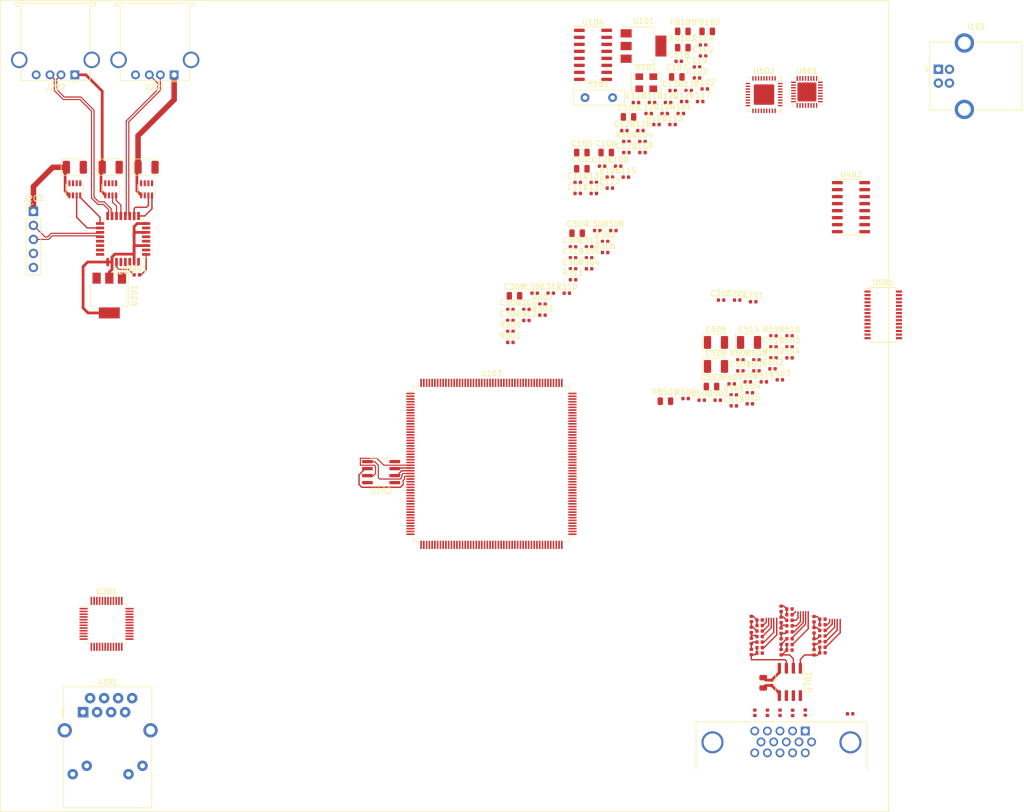
<source format=kicad_pcb>
(kicad_pcb (version 20171130) (host pcbnew 5.1.5+dfsg1-2build2)
  (layers (0 F.Cu signal) (31 B.Cu signal) (34 B.Paste user) (35 F.Paste user) (36 B.SilkS user) (37 F.SilkS user) (38 B.Mask user) (39 F.Mask user) (44 Edge.Cuts user))
  (net 0 "")
  (net 1 GND)
  (net 2 /RCC_OSC_IN)
  (net 3 /VREF+)
  (net 4 /VDDA)
  (net 5 /VDD_USB)
  (net 6 /VDD_SDMMC)
  (net 7 /RCC_OSC_OUT)
  (net 8 +5V)
  (net 9 /VDD_MCU)
  (net 10 /RCC_OSC32_OUT)
  (net 11 /RCC_OSC32_IN)
  (net 12 "/USB 1.1 Host/HUB_3V3")
  (net 13 +3V3)
  (net 14 GNDA)
  (net 15 /Audio/MIC_IN)
  (net 16 /Audio/LINE_IN_L)
  (net 17 /Audio/LINE_IN_R)
  (net 18 /Audio/HEADPHONE_L)
  (net 19 /Audio/HEADPHONE_R)
  (net 20 /Audio/LINE_OUT_L)
  (net 21 /Audio/LINE_OUT_R)
  (net 22 /Audio/VDD_AUDIO)
  (net 23 "/Ethernet PHY/LED_SPEED")
  (net 24 "/Ethernet PHY/LED_ACT")
  (net 25 /USB_OTG_HS_D+)
  (net 26 /Audio/V_MICBIAS)
  (net 27 "Net-(R701-Pad2)")
  (net 28 /LTDC_B3)
  (net 29 "Net-(R703-Pad2)")
  (net 30 /LTDC_R3)
  (net 31 /LTDC_G2)
  (net 32 /LTDC_B4)
  (net 33 /LTDC_R4)
  (net 34 /LTDC_G3)
  (net 35 /LTDC_B5)
  (net 36 /LTDC_R5)
  (net 37 /LTDC_G4)
  (net 38 /LTDC_B6)
  (net 39 /LTDC_R6)
  (net 40 /LTDC_G5)
  (net 41 "/VGA Video Output/ANALOG_BLUE")
  (net 42 "/VGA Video Output/ANALOG_RED")
  (net 43 /LTDC_B7)
  (net 44 /LTDC_R7)
  (net 45 /LTDC_G6)
  (net 46 "/VGA Video Output/ANALOG_GREEN")
  (net 47 /LTDC_G7)
  (net 48 "/VGA Video Output/ROUT")
  (net 49 "/VGA Video Output/GOUT")
  (net 50 "/VGA Video Output/BOUT")
  (net 51 /LTDC_HSYNC)
  (net 52 /LTDC_VSYNC)
  (net 53 /QUADSPI_BK1_NCS)
  (net 54 /QUADSPI_CLK)
  (net 55 /QUADSPI_BK1_IO1)
  (net 56 /QUADSPI_BK1_IO0)
  (net 57 /QUADSPI_BK1_IO2)
  (net 58 /QUADSPI_BK1_IO3)
  (net 59 "/USB 1.1 Host/~PORT3_OC")
  (net 60 "/USB 1.1 Host/~PORT3_EN")
  (net 61 "/USB 1.1 Host/~PORT2_OC")
  (net 62 "/USB 1.1 Host/~PORT2_EN")
  (net 63 "/USB 1.1 Host/~PORT1_OC")
  (net 64 "/USB 1.1 Host/~PORT1_EN")
  (net 65 "Net-(U601-Pad8)")
  (net 66 "Net-(U601-Pad7)")
  (net 67 "Net-(C106-Pad1)")
  (net 68 "Net-(C107-Pad1)")
  (net 69 "Net-(C204-Pad1)")
  (net 70 "Net-(C205-Pad1)")
  (net 71 "Net-(C206-Pad1)")
  (net 72 "Net-(C305-Pad1)")
  (net 73 "Net-(C306-Pad1)")
  (net 74 "Net-(C307-Pad1)")
  (net 75 "Net-(C309-Pad1)")
  (net 76 "Net-(C501-Pad2)")
  (net 77 "Net-(C502-Pad2)")
  (net 78 "Net-(C504-Pad2)")
  (net 79 "Net-(C505-Pad2)")
  (net 80 "Net-(C506-Pad2)")
  (net 81 "Net-(C508-Pad2)")
  (net 82 "Net-(C509-Pad2)")
  (net 83 "Net-(C515-Pad1)")
  (net 84 "Net-(C516-Pad1)")
  (net 85 "Net-(F101-Pad2)")
  (net 86 "Net-(FB102-Pad1)")
  (net 87 "Net-(FB103-Pad2)")
  (net 88 "Net-(J301-PadL4)")
  (net 89 "Net-(J301-PadL1)")
  (net 90 "Net-(J301-PadR6)")
  (net 91 "Net-(J301-PadR3)")
  (net 92 "Net-(J301-PadR2)")
  (net 93 "Net-(J301-PadR1)")
  (net 94 "Net-(J701-Pad0)")
  (net 95 "Net-(J701-Pad14)")
  (net 96 "Net-(J701-Pad13)")
  (net 97 "Net-(J701-Pad3)")
  (net 98 "Net-(J701-Pad2)")
  (net 99 "Net-(J701-Pad1)")
  (net 100 "Net-(R104-Pad1)")
  (net 101 "Net-(R105-Pad1)")
  (net 102 "Net-(R201-Pad1)")
  (net 103 "Net-(R303-Pad1)")
  (net 104 "Net-(R304-Pad1)")
  (net 105 "Net-(R306-Pad2)")
  (net 106 "Net-(R310-Pad2)")
  (net 107 "Net-(R311-Pad2)")
  (net 108 "Net-(R510-Pad1)")
  (net 109 "Net-(R702-Pad2)")
  (net 110 "Net-(R704-Pad2)")
  (net 111 "Net-(R717-Pad2)")
  (net 112 "Net-(R718-Pad2)")
  (net 113 "Net-(R719-Pad2)")
  (net 114 "Net-(R720-Pad2)")
  (net 115 "Net-(R721-Pad2)")
  (net 116 "Net-(R731-Pad2)")
  (net 117 "Net-(R733-Pad2)")
  (net 118 "Net-(R734-Pad2)")
  (net 119 "Net-(R732-Pad2)")
  (net 120 "/USB 1.1 Host/PORT1_D+")
  (net 121 "/USB 1.1 Host/PORT1_D-")
  (net 122 "/USB 1.1 Host/PORT2_D+")
  (net 123 "/USB 1.1 Host/PORT2_D-")
  (net 124 "/USB 1.1 Host/PORT3_D+")
  (net 125 "/USB 1.1 Host/PORT3_D-")
  (module Package_TO_SOT_SMD:SOT-23-8 (layer F.Cu) (at 30.5 51.25 90)
    (fp_text reference U204)
    (fp_text value AAT4610BIGV-1-T1)
    (pad 8 smd rect (at 1.1 -0.98 90) (size 1.06 0.4) (layers F.Cu F.Paste F.Mask))
    (pad 7 smd rect (at 1.1 -0.33 90) (size 1.06 0.4) (layers F.Cu F.Paste F.Mask))
    (pad 6 smd rect (at 1.1 0.33 90) (size 1.06 0.4) (layers F.Cu F.Paste F.Mask))
    (pad 5 smd rect (at 1.1 0.98 90) (size 1.06 0.4) (layers F.Cu F.Paste F.Mask) (net 8 +5V))
    (pad 4 smd rect (at -1.1 0.98 90) (size 1.06 0.4) (layers F.Cu F.Paste F.Mask) (net 60 "/USB 1.1 Host/~PORT3_EN"))
    (pad 3 smd rect (at -1.1 0.33 90) (size 1.06 0.4) (layers F.Cu F.Paste F.Mask) (net 59 "/USB 1.1 Host/~PORT3_OC"))
    (pad 2 smd rect (at -1.1 -0.33 90) (size 1.06 0.4) (layers F.Cu F.Paste F.Mask) (net 1 GND))
    (pad 1 smd rect (at -1.1 -0.98 90) (size 1.06 0.4) (layers F.Cu F.Paste F.Mask) (net 71 "Net-(C206-Pad1)"))
  )
  (module Capacitor_Tantalum_SMD:CP_EIA-3528-21_Kemet-B (layer F.Cu) (at 30.5 47.25)
    (fp_text reference C206)
    (fp_text value 100u)
    (pad 2 smd roundrect (at 1.5375 0) (size 1.325 2.35) (layers F.Cu F.Paste F.Mask) (roundrect_rratio 0.188679) (net 1 GND))
    (pad 1 smd roundrect (at -1.5375 0) (size 1.325 2.35) (layers F.Cu F.Paste F.Mask) (roundrect_rratio 0.188679) (net 71 "Net-(C206-Pad1)"))
  )
  (module Capacitor_Tantalum_SMD:CP_EIA-3528-21_Kemet-B (layer F.Cu) (at 43.5 47.25)
    (fp_text reference C204)
    (fp_text value 100u)
    (pad 2 smd roundrect (at 1.5375 0) (size 1.325 2.35) (layers F.Cu F.Paste F.Mask) (roundrect_rratio 0.188679) (net 1 GND))
    (pad 1 smd roundrect (at -1.5375 0) (size 1.325 2.35) (layers F.Cu F.Paste F.Mask) (roundrect_rratio 0.188679) (net 69 "Net-(C204-Pad1)"))
  )
  (module Package_TO_SOT_SMD:SOT-23-8 (layer F.Cu) (at 43.5 51.25 90)
    (fp_text reference U202)
    (fp_text value AAT4610BIGV-1-T1)
    (pad 8 smd rect (at 1.1 -0.98 90) (size 1.06 0.4) (layers F.Cu F.Paste F.Mask))
    (pad 7 smd rect (at 1.1 -0.33 90) (size 1.06 0.4) (layers F.Cu F.Paste F.Mask))
    (pad 6 smd rect (at 1.1 0.33 90) (size 1.06 0.4) (layers F.Cu F.Paste F.Mask))
    (pad 5 smd rect (at 1.1 0.98 90) (size 1.06 0.4) (layers F.Cu F.Paste F.Mask) (net 8 +5V))
    (pad 4 smd rect (at -1.1 0.98 90) (size 1.06 0.4) (layers F.Cu F.Paste F.Mask) (net 64 "/USB 1.1 Host/~PORT1_EN"))
    (pad 3 smd rect (at -1.1 0.33 90) (size 1.06 0.4) (layers F.Cu F.Paste F.Mask) (net 63 "/USB 1.1 Host/~PORT1_OC"))
    (pad 2 smd rect (at -1.1 -0.33 90) (size 1.06 0.4) (layers F.Cu F.Paste F.Mask) (net 1 GND))
    (pad 1 smd rect (at -1.1 -0.98 90) (size 1.06 0.4) (layers F.Cu F.Paste F.Mask) (net 69 "Net-(C204-Pad1)"))
  )
  (module Connector_USB:USB_B_OST_USB-B1HSxx_Horizontal (layer F.Cu) (at 187 29.5)
    (fp_text reference J101 (at 6.76 -7.77) (layer F.SilkS))
    (fp_text value USB_B)
    (pad 5 thru_hole circle (at 4.71 7.27) (size 3.5 3.5) (drill 2.33) (layers *.Cu *.Mask) (net 87 "Net-(FB103-Pad2)"))
    (pad 5 thru_hole circle (at 4.71 -4.77) (size 3.5 3.5) (drill 2.33) (layers *.Cu *.Mask) (net 87 "Net-(FB103-Pad2)"))
    (pad 4 thru_hole circle (at 2 0) (size 1.7 1.7) (drill 0.92) (layers *.Cu *.Mask) (net 1 GND))
    (pad 3 thru_hole circle (at 2 2.5) (size 1.7 1.7) (drill 0.92) (layers *.Cu *.Mask))
    (pad 2 thru_hole circle (at 0 2.5) (size 1.7 1.7) (drill 0.92) (layers *.Cu *.Mask))
    (pad 1 thru_hole rect (at 0 0) (size 1.7 1.7) (drill 0.92) (layers *.Cu *.Mask) (net 86 "Net-(FB102-Pad1)"))
  )
  (module Connector_PinHeader_2.54mm:PinHeader_1x05_P2.54mm_Vertical (layer F.Cu) (at 23 55.25)
    (fp_text reference J203 (at 0 -2.33) (layer F.SilkS))
    (fp_text value USB_A)
    (pad 5 thru_hole oval (at 0 10.16) (size 1.7 1.7) (drill 1) (layers *.Cu *.Mask) (net 1 GND))
    (pad 4 thru_hole oval (at 0 7.62) (size 1.7 1.7) (drill 1) (layers *.Cu *.Mask) (net 1 GND))
    (pad 3 thru_hole oval (at 0 5.08) (size 1.7 1.7) (drill 1) (layers *.Cu *.Mask) (net 124 "/USB 1.1 Host/PORT3_D+"))
    (pad 2 thru_hole oval (at 0 2.54) (size 1.7 1.7) (drill 1) (layers *.Cu *.Mask) (net 125 "/USB 1.1 Host/PORT3_D-"))
    (pad 1 thru_hole rect (at 0 0) (size 1.7 1.7) (drill 1) (layers *.Cu *.Mask) (net 71 "Net-(C206-Pad1)"))
  )
  (module Connector_USB:USB_A_Stewart_SS-52100-001_Horizontal (layer F.Cu) (at 30.5 30.5 180)
    (fp_text reference J202 (at 3.5 -2.26) (layer F.SilkS))
    (fp_text value USB_A)
    (pad 4 thru_hole circle (at 7 0 180) (size 1.6 1.6) (drill 0.92) (layers *.Cu *.Mask) (net 1 GND))
    (pad 3 thru_hole circle (at 4.5 0 180) (size 1.6 1.6) (drill 0.92) (layers *.Cu *.Mask) (net 122 "/USB 1.1 Host/PORT2_D+"))
    (pad 2 thru_hole circle (at 2.5 0 180) (size 1.6 1.6) (drill 0.92) (layers *.Cu *.Mask) (net 123 "/USB 1.1 Host/PORT2_D-"))
    (pad 1 thru_hole rect (at 0 0 180) (size 1.6 1.6) (drill 0.92) (layers *.Cu *.Mask) (net 70 "Net-(C205-Pad1)"))
    (pad 5 thru_hole circle (at -3.07 2.71 180) (size 3 3) (drill 2.3) (layers *.Cu *.Mask) (net 1 GND))
    (pad 5 thru_hole circle (at 10.07 2.71 180) (size 3 3) (drill 2.3) (layers *.Cu *.Mask) (net 1 GND))
  )
  (module Connector_USB:USB_A_Stewart_SS-52100-001_Horizontal (layer F.Cu) (at 48.5 30.5 180)
    (fp_text reference J201 (at 3.5 -2.26) (layer F.SilkS))
    (fp_text value USB_A)
    (pad 4 thru_hole circle (at 7 0 180) (size 1.6 1.6) (drill 0.92) (layers *.Cu *.Mask) (net 1 GND))
    (pad 3 thru_hole circle (at 4.5 0 180) (size 1.6 1.6) (drill 0.92) (layers *.Cu *.Mask) (net 120 "/USB 1.1 Host/PORT1_D+"))
    (pad 2 thru_hole circle (at 2.5 0 180) (size 1.6 1.6) (drill 0.92) (layers *.Cu *.Mask) (net 121 "/USB 1.1 Host/PORT1_D-"))
    (pad 1 thru_hole rect (at 0 0 180) (size 1.6 1.6) (drill 0.92) (layers *.Cu *.Mask) (net 69 "Net-(C204-Pad1)"))
    (pad 5 thru_hole circle (at -3.07 2.71 180) (size 3 3) (drill 2.3) (layers *.Cu *.Mask) (net 1 GND))
    (pad 5 thru_hole circle (at 10.07 2.71 180) (size 3 3) (drill 2.3) (layers *.Cu *.Mask) (net 1 GND))
  )
  (module Oscillator:Oscillator_SMD_TXC_7C-4Pin_5.0x3.2mm (layer F.Cu) (at 134.06 31.932)
    (fp_text reference X101 (at 0 -2.8) (layer F.SilkS))
    (fp_text value "50MHz XO")
    (pad 4 smd rect (at -1.27 -1.1) (size 1.4 1.2) (layers F.Cu F.Paste F.Mask) (net 13 +3V3))
    (pad 3 smd rect (at 1.27 -1.1) (size 1.4 1.2) (layers F.Cu F.Paste F.Mask))
    (pad 2 smd rect (at 1.27 1.1) (size 1.4 1.2) (layers F.Cu F.Paste F.Mask) (net 1 GND))
    (pad 1 smd rect (at -1.27 1.1) (size 1.4 1.2) (layers F.Cu F.Paste F.Mask) (net 13 +3V3))
  )
  (module Package_SO:SOIC-8_3.9x4.9mm_P1.27mm (layer F.Cu) (at 160.08 140.524 270)
    (fp_text reference U701 (at 0 -3.4 90) (layer F.SilkS))
    (fp_text value TPF133A)
    (pad 8 smd roundrect (at 2.475 -1.905 270) (size 1.95 0.6) (layers F.Cu F.Paste F.Mask) (net 48 "/VGA Video Output/ROUT"))
    (pad 7 smd roundrect (at 2.475 -0.635 270) (size 1.95 0.6) (layers F.Cu F.Paste F.Mask) (net 49 "/VGA Video Output/GOUT"))
    (pad 6 smd roundrect (at 2.475 0.635 270) (size 1.95 0.6) (layers F.Cu F.Paste F.Mask) (net 50 "/VGA Video Output/BOUT"))
    (pad 5 smd roundrect (at 2.475 1.905 270) (size 1.95 0.6) (layers F.Cu F.Paste F.Mask) (net 1 GND))
    (pad 4 smd roundrect (at -2.475 1.905 270) (size 1.95 0.6) (layers F.Cu F.Paste F.Mask) (net 13 +3V3))
    (pad 3 smd roundrect (at -2.475 0.635 270) (size 1.95 0.6) (layers F.Cu F.Paste F.Mask) (net 41 "/VGA Video Output/ANALOG_BLUE"))
    (pad 2 smd roundrect (at -2.475 -0.635 270) (size 1.95 0.6) (layers F.Cu F.Paste F.Mask) (net 46 "/VGA Video Output/ANALOG_GREEN"))
    (pad 1 smd roundrect (at -2.475 -1.905 270) (size 1.95 0.6) (layers F.Cu F.Paste F.Mask) (net 42 "/VGA Video Output/ANALOG_RED"))
  )
  (module Package_DFN_QFN:QFN-36-1EP_6x6mm_P0.5mm_EP3.7x3.7mm (layer F.Cu) (at 155.4 34.082)
    (fp_text reference U602 (at 0 -4.3) (layer F.SilkS))
    (fp_text value USB2514B_Bi)
    (pad 36 smd roundrect (at -2 -2.9375) (size 0.25 0.825) (layers F.Cu F.Paste F.Mask))
    (pad 35 smd roundrect (at -1.5 -2.9375) (size 0.25 0.825) (layers F.Cu F.Paste F.Mask))
    (pad 34 smd roundrect (at -1 -2.9375) (size 0.25 0.825) (layers F.Cu F.Paste F.Mask))
    (pad 33 smd roundrect (at -0.5 -2.9375) (size 0.25 0.825) (layers F.Cu F.Paste F.Mask))
    (pad 32 smd roundrect (at 0 -2.9375) (size 0.25 0.825) (layers F.Cu F.Paste F.Mask))
    (pad 31 smd roundrect (at 0.5 -2.9375) (size 0.25 0.825) (layers F.Cu F.Paste F.Mask) (net 66 "Net-(U601-Pad7)"))
    (pad 30 smd roundrect (at 1 -2.9375) (size 0.25 0.825) (layers F.Cu F.Paste F.Mask) (net 65 "Net-(U601-Pad8)"))
    (pad 29 smd roundrect (at 1.5 -2.9375) (size 0.25 0.825) (layers F.Cu F.Paste F.Mask))
    (pad 28 smd roundrect (at 2 -2.9375) (size 0.25 0.825) (layers F.Cu F.Paste F.Mask))
    (pad 27 smd roundrect (at 2.9375 -2) (size 0.825 0.25) (layers F.Cu F.Paste F.Mask))
    (pad 26 smd roundrect (at 2.9375 -1.5) (size 0.825 0.25) (layers F.Cu F.Paste F.Mask))
    (pad 25 smd roundrect (at 2.9375 -1) (size 0.825 0.25) (layers F.Cu F.Paste F.Mask))
    (pad 24 smd roundrect (at 2.9375 -0.5) (size 0.825 0.25) (layers F.Cu F.Paste F.Mask))
    (pad 23 smd roundrect (at 2.9375 0) (size 0.825 0.25) (layers F.Cu F.Paste F.Mask))
    (pad 22 smd roundrect (at 2.9375 0.5) (size 0.825 0.25) (layers F.Cu F.Paste F.Mask))
    (pad 21 smd roundrect (at 2.9375 1) (size 0.825 0.25) (layers F.Cu F.Paste F.Mask))
    (pad 20 smd roundrect (at 2.9375 1.5) (size 0.825 0.25) (layers F.Cu F.Paste F.Mask))
    (pad 19 smd roundrect (at 2.9375 2) (size 0.825 0.25) (layers F.Cu F.Paste F.Mask))
    (pad 18 smd roundrect (at 2 2.9375) (size 0.25 0.825) (layers F.Cu F.Paste F.Mask))
    (pad 17 smd roundrect (at 1.5 2.9375) (size 0.25 0.825) (layers F.Cu F.Paste F.Mask))
    (pad 16 smd roundrect (at 1 2.9375) (size 0.25 0.825) (layers F.Cu F.Paste F.Mask))
    (pad 15 smd roundrect (at 0.5 2.9375) (size 0.25 0.825) (layers F.Cu F.Paste F.Mask))
    (pad 14 smd roundrect (at 0 2.9375) (size 0.25 0.825) (layers F.Cu F.Paste F.Mask))
    (pad 13 smd roundrect (at -0.5 2.9375) (size 0.25 0.825) (layers F.Cu F.Paste F.Mask))
    (pad 12 smd roundrect (at -1 2.9375) (size 0.25 0.825) (layers F.Cu F.Paste F.Mask))
    (pad 11 smd roundrect (at -1.5 2.9375) (size 0.25 0.825) (layers F.Cu F.Paste F.Mask))
    (pad 10 smd roundrect (at -2 2.9375) (size 0.25 0.825) (layers F.Cu F.Paste F.Mask))
    (pad 9 smd roundrect (at -2.9375 2) (size 0.825 0.25) (layers F.Cu F.Paste F.Mask))
    (pad 8 smd roundrect (at -2.9375 1.5) (size 0.825 0.25) (layers F.Cu F.Paste F.Mask))
    (pad 7 smd roundrect (at -2.9375 1) (size 0.825 0.25) (layers F.Cu F.Paste F.Mask))
    (pad 6 smd roundrect (at -2.9375 0.5) (size 0.825 0.25) (layers F.Cu F.Paste F.Mask))
    (pad 5 smd roundrect (at -2.9375 0) (size 0.825 0.25) (layers F.Cu F.Paste F.Mask))
    (pad 4 smd roundrect (at -2.9375 -0.5) (size 0.825 0.25) (layers F.Cu F.Paste F.Mask))
    (pad 3 smd roundrect (at -2.9375 -1) (size 0.825 0.25) (layers F.Cu F.Paste F.Mask))
    (pad 2 smd roundrect (at -2.9375 -1.5) (size 0.825 0.25) (layers F.Cu F.Paste F.Mask))
    (pad 1 smd roundrect (at -2.9375 -2) (size 0.825 0.25) (layers F.Cu F.Paste F.Mask))
    (pad 37 smd roundrect (at 0 0) (size 3.7 3.7) (layers F.Cu F.Mask) (roundrect_rratio 0.067568))
  )
  (module Package_DFN_QFN:QFN-32-1EP_5x5mm_P0.5mm_EP3.45x3.45mm (layer F.Cu) (at 163.17 33.602)
    (fp_text reference U601 (at 0 -3.82) (layer F.SilkS))
    (fp_text value USB3300-EZK)
    (pad 32 smd roundrect (at -1.75 -2.4375) (size 0.25 0.875) (layers F.Cu F.Paste F.Mask))
    (pad 31 smd roundrect (at -1.25 -2.4375) (size 0.25 0.875) (layers F.Cu F.Paste F.Mask))
    (pad 30 smd roundrect (at -0.75 -2.4375) (size 0.25 0.875) (layers F.Cu F.Paste F.Mask))
    (pad 29 smd roundrect (at -0.25 -2.4375) (size 0.25 0.875) (layers F.Cu F.Paste F.Mask))
    (pad 28 smd roundrect (at 0.25 -2.4375) (size 0.25 0.875) (layers F.Cu F.Paste F.Mask))
    (pad 27 smd roundrect (at 0.75 -2.4375) (size 0.25 0.875) (layers F.Cu F.Paste F.Mask))
    (pad 26 smd roundrect (at 1.25 -2.4375) (size 0.25 0.875) (layers F.Cu F.Paste F.Mask))
    (pad 25 smd roundrect (at 1.75 -2.4375) (size 0.25 0.875) (layers F.Cu F.Paste F.Mask))
    (pad 24 smd roundrect (at 2.4375 -1.75) (size 0.875 0.25) (layers F.Cu F.Paste F.Mask))
    (pad 23 smd roundrect (at 2.4375 -1.25) (size 0.875 0.25) (layers F.Cu F.Paste F.Mask))
    (pad 22 smd roundrect (at 2.4375 -0.75) (size 0.875 0.25) (layers F.Cu F.Paste F.Mask))
    (pad 21 smd roundrect (at 2.4375 -0.25) (size 0.875 0.25) (layers F.Cu F.Paste F.Mask))
    (pad 20 smd roundrect (at 2.4375 0.25) (size 0.875 0.25) (layers F.Cu F.Paste F.Mask))
    (pad 19 smd roundrect (at 2.4375 0.75) (size 0.875 0.25) (layers F.Cu F.Paste F.Mask))
    (pad 18 smd roundrect (at 2.4375 1.25) (size 0.875 0.25) (layers F.Cu F.Paste F.Mask))
    (pad 17 smd roundrect (at 2.4375 1.75) (size 0.875 0.25) (layers F.Cu F.Paste F.Mask))
    (pad 16 smd roundrect (at 1.75 2.4375) (size 0.25 0.875) (layers F.Cu F.Paste F.Mask))
    (pad 15 smd roundrect (at 1.25 2.4375) (size 0.25 0.875) (layers F.Cu F.Paste F.Mask))
    (pad 14 smd roundrect (at 0.75 2.4375) (size 0.25 0.875) (layers F.Cu F.Paste F.Mask))
    (pad 13 smd roundrect (at 0.25 2.4375) (size 0.25 0.875) (layers F.Cu F.Paste F.Mask))
    (pad 12 smd roundrect (at -0.25 2.4375) (size 0.25 0.875) (layers F.Cu F.Paste F.Mask))
    (pad 11 smd roundrect (at -0.75 2.4375) (size 0.25 0.875) (layers F.Cu F.Paste F.Mask))
    (pad 10 smd roundrect (at -1.25 2.4375) (size 0.25 0.875) (layers F.Cu F.Paste F.Mask))
    (pad 9 smd roundrect (at -1.75 2.4375) (size 0.25 0.875) (layers F.Cu F.Paste F.Mask))
    (pad 8 smd roundrect (at -2.4375 1.75) (size 0.875 0.25) (layers F.Cu F.Paste F.Mask) (net 65 "Net-(U601-Pad8)"))
    (pad 7 smd roundrect (at -2.4375 1.25) (size 0.875 0.25) (layers F.Cu F.Paste F.Mask) (net 66 "Net-(U601-Pad7)"))
    (pad 6 smd roundrect (at -2.4375 0.75) (size 0.875 0.25) (layers F.Cu F.Paste F.Mask))
    (pad 5 smd roundrect (at -2.4375 0.25) (size 0.875 0.25) (layers F.Cu F.Paste F.Mask))
    (pad 4 smd roundrect (at -2.4375 -0.25) (size 0.875 0.25) (layers F.Cu F.Paste F.Mask))
    (pad 3 smd roundrect (at -2.4375 -0.75) (size 0.875 0.25) (layers F.Cu F.Paste F.Mask))
    (pad 2 smd roundrect (at -2.4375 -1.25) (size 0.875 0.25) (layers F.Cu F.Paste F.Mask))
    (pad 1 smd roundrect (at -2.4375 -1.75) (size 0.875 0.25) (layers F.Cu F.Paste F.Mask))
    (pad 33 smd roundrect (at 0 0) (size 3.45 3.45) (layers F.Cu F.Mask) (roundrect_rratio 0.072464))
  )
  (module Package_SO:SOIC-8_3.9x4.9mm_P1.27mm (layer F.Cu) (at 86 102.5 180)
    (fp_text reference U102 (at 0 -3.4) (layer F.SilkS))
    (fp_text value LY68S3200SLT)
    (pad 8 smd roundrect (at 2.475 -1.905 180) (size 1.95 0.6) (layers F.Cu F.Paste F.Mask) (net 13 +3V3))
    (pad 7 smd roundrect (at 2.475 -0.635 180) (size 1.95 0.6) (layers F.Cu F.Paste F.Mask) (net 58 /QUADSPI_BK1_IO3))
    (pad 6 smd roundrect (at 2.475 0.635 180) (size 1.95 0.6) (layers F.Cu F.Paste F.Mask) (net 54 /QUADSPI_CLK))
    (pad 5 smd roundrect (at 2.475 1.905 180) (size 1.95 0.6) (layers F.Cu F.Paste F.Mask) (net 55 /QUADSPI_BK1_IO1))
    (pad 4 smd roundrect (at -2.475 1.905 180) (size 1.95 0.6) (layers F.Cu F.Paste F.Mask) (net 1 GND))
    (pad 3 smd roundrect (at -2.475 0.635 180) (size 1.95 0.6) (layers F.Cu F.Paste F.Mask) (net 57 /QUADSPI_BK1_IO2))
    (pad 2 smd roundrect (at -2.475 -0.635 180) (size 1.95 0.6) (layers F.Cu F.Paste F.Mask) (net 56 /QUADSPI_BK1_IO0))
    (pad 1 smd roundrect (at -2.475 -1.905 180) (size 1.95 0.6) (layers F.Cu F.Paste F.Mask) (net 53 /QUADSPI_BK1_NCS))
  )
  (module Package_SO:TSSOP-28_4.4x9.7mm_P0.65mm (layer F.Cu) (at 177 74)
    (fp_text reference U501 (at 0 -5.9) (layer F.SilkS))
    (fp_text value TLV320AIC23BPW)
    (pad 28 smd rect (at 2.85 -4.225) (size 1.1 0.4) (layers F.Cu F.Paste F.Mask) (net 1 GND))
    (pad 27 smd rect (at 2.85 -3.575) (size 1.1 0.4) (layers F.Cu F.Paste F.Mask) (net 13 +3V3))
    (pad 26 smd rect (at 2.85 -2.925) (size 1.1 0.4) (layers F.Cu F.Paste F.Mask) (net 84 "Net-(C516-Pad1)"))
    (pad 25 smd rect (at 2.85 -2.275) (size 1.1 0.4) (layers F.Cu F.Paste F.Mask) (net 83 "Net-(C515-Pad1)"))
    (pad 24 smd rect (at 2.85 -1.625) (size 1.1 0.4) (layers F.Cu F.Paste F.Mask))
    (pad 23 smd rect (at 2.85 -0.975) (size 1.1 0.4) (layers F.Cu F.Paste F.Mask))
    (pad 22 smd rect (at 2.85 -0.325) (size 1.1 0.4) (layers F.Cu F.Paste F.Mask) (net 13 +3V3))
    (pad 21 smd rect (at 2.85 0.325) (size 1.1 0.4) (layers F.Cu F.Paste F.Mask))
    (pad 20 smd rect (at 2.85 0.975) (size 1.1 0.4) (layers F.Cu F.Paste F.Mask) (net 16 /Audio/LINE_IN_L))
    (pad 19 smd rect (at 2.85 1.625) (size 1.1 0.4) (layers F.Cu F.Paste F.Mask) (net 17 /Audio/LINE_IN_R))
    (pad 18 smd rect (at 2.85 2.275) (size 1.1 0.4) (layers F.Cu F.Paste F.Mask) (net 15 /Audio/MIC_IN))
    (pad 17 smd rect (at 2.85 2.925) (size 1.1 0.4) (layers F.Cu F.Paste F.Mask) (net 26 /Audio/V_MICBIAS))
    (pad 16 smd rect (at 2.85 3.575) (size 1.1 0.4) (layers F.Cu F.Paste F.Mask))
    (pad 15 smd rect (at 2.85 4.225) (size 1.1 0.4) (layers F.Cu F.Paste F.Mask) (net 14 GNDA))
    (pad 14 smd rect (at -2.85 4.225) (size 1.1 0.4) (layers F.Cu F.Paste F.Mask) (net 108 "Net-(R510-Pad1)"))
    (pad 13 smd rect (at -2.85 3.575) (size 1.1 0.4) (layers F.Cu F.Paste F.Mask) (net 21 /Audio/LINE_OUT_R))
    (pad 12 smd rect (at -2.85 2.925) (size 1.1 0.4) (layers F.Cu F.Paste F.Mask) (net 20 /Audio/LINE_OUT_L))
    (pad 11 smd rect (at -2.85 2.275) (size 1.1 0.4) (layers F.Cu F.Paste F.Mask) (net 14 GNDA))
    (pad 10 smd rect (at -2.85 1.625) (size 1.1 0.4) (layers F.Cu F.Paste F.Mask) (net 19 /Audio/HEADPHONE_R))
    (pad 9 smd rect (at -2.85 0.975) (size 1.1 0.4) (layers F.Cu F.Paste F.Mask) (net 18 /Audio/HEADPHONE_L))
    (pad 8 smd rect (at -2.85 0.325) (size 1.1 0.4) (layers F.Cu F.Paste F.Mask) (net 22 /Audio/VDD_AUDIO))
    (pad 7 smd rect (at -2.85 -0.325) (size 1.1 0.4) (layers F.Cu F.Paste F.Mask))
    (pad 6 smd rect (at -2.85 -0.975) (size 1.1 0.4) (layers F.Cu F.Paste F.Mask))
    (pad 5 smd rect (at -2.85 -1.625) (size 1.1 0.4) (layers F.Cu F.Paste F.Mask))
    (pad 4 smd rect (at -2.85 -2.275) (size 1.1 0.4) (layers F.Cu F.Paste F.Mask))
    (pad 3 smd rect (at -2.85 -2.925) (size 1.1 0.4) (layers F.Cu F.Paste F.Mask))
    (pad 2 smd rect (at -2.85 -3.575) (size 1.1 0.4) (layers F.Cu F.Paste F.Mask))
    (pad 1 smd rect (at -2.85 -4.225) (size 1.1 0.4) (layers F.Cu F.Paste F.Mask) (net 13 +3V3))
  )
  (module Package_SO:SOIC-16_3.9x9.9mm_P1.27mm (layer F.Cu) (at 171.16 54.482)
    (fp_text reference U402 (at 0 -5.9) (layer F.SilkS))
    (fp_text value 74LS138)
    (pad 16 smd roundrect (at 2.475 -4.445) (size 1.95 0.6) (layers F.Cu F.Paste F.Mask))
    (pad 15 smd roundrect (at 2.475 -3.175) (size 1.95 0.6) (layers F.Cu F.Paste F.Mask))
    (pad 14 smd roundrect (at 2.475 -1.905) (size 1.95 0.6) (layers F.Cu F.Paste F.Mask))
    (pad 13 smd roundrect (at 2.475 -0.635) (size 1.95 0.6) (layers F.Cu F.Paste F.Mask))
    (pad 12 smd roundrect (at 2.475 0.635) (size 1.95 0.6) (layers F.Cu F.Paste F.Mask))
    (pad 11 smd roundrect (at 2.475 1.905) (size 1.95 0.6) (layers F.Cu F.Paste F.Mask))
    (pad 10 smd roundrect (at 2.475 3.175) (size 1.95 0.6) (layers F.Cu F.Paste F.Mask))
    (pad 9 smd roundrect (at 2.475 4.445) (size 1.95 0.6) (layers F.Cu F.Paste F.Mask))
    (pad 8 smd roundrect (at -2.475 4.445) (size 1.95 0.6) (layers F.Cu F.Paste F.Mask))
    (pad 7 smd roundrect (at -2.475 3.175) (size 1.95 0.6) (layers F.Cu F.Paste F.Mask))
    (pad 6 smd roundrect (at -2.475 1.905) (size 1.95 0.6) (layers F.Cu F.Paste F.Mask))
    (pad 5 smd roundrect (at -2.475 0.635) (size 1.95 0.6) (layers F.Cu F.Paste F.Mask))
    (pad 4 smd roundrect (at -2.475 -0.635) (size 1.95 0.6) (layers F.Cu F.Paste F.Mask))
    (pad 3 smd roundrect (at -2.475 -1.905) (size 1.95 0.6) (layers F.Cu F.Paste F.Mask))
    (pad 2 smd roundrect (at -2.475 -3.175) (size 1.95 0.6) (layers F.Cu F.Paste F.Mask))
    (pad 1 smd roundrect (at -2.475 -4.445) (size 1.95 0.6) (layers F.Cu F.Paste F.Mask))
  )
  (module Package_QFP:LQFP-48_7x7mm_P0.5mm (layer F.Cu) (at 36.25 130)
    (fp_text reference U301 (at 0 -5.85) (layer F.SilkS))
    (fp_text value DP83848C)
    (pad 48 smd roundrect (at -2.75 -4.1625) (size 0.3 1.475) (layers F.Cu F.Paste F.Mask) (net 13 +3V3))
    (pad 47 smd roundrect (at -2.25 -4.1625) (size 0.3 1.475) (layers F.Cu F.Paste F.Mask) (net 1 GND))
    (pad 46 smd roundrect (at -1.75 -4.1625) (size 0.3 1.475) (layers F.Cu F.Paste F.Mask))
    (pad 45 smd roundrect (at -1.25 -4.1625) (size 0.3 1.475) (layers F.Cu F.Paste F.Mask))
    (pad 44 smd roundrect (at -0.75 -4.1625) (size 0.3 1.475) (layers F.Cu F.Paste F.Mask))
    (pad 43 smd roundrect (at -0.25 -4.1625) (size 0.3 1.475) (layers F.Cu F.Paste F.Mask))
    (pad 42 smd roundrect (at 0.25 -4.1625) (size 0.3 1.475) (layers F.Cu F.Paste F.Mask))
    (pad 41 smd roundrect (at 0.75 -4.1625) (size 0.3 1.475) (layers F.Cu F.Paste F.Mask))
    (pad 40 smd roundrect (at 1.25 -4.1625) (size 0.3 1.475) (layers F.Cu F.Paste F.Mask))
    (pad 39 smd roundrect (at 1.75 -4.1625) (size 0.3 1.475) (layers F.Cu F.Paste F.Mask) (net 105 "Net-(R306-Pad2)"))
    (pad 38 smd roundrect (at 2.25 -4.1625) (size 0.3 1.475) (layers F.Cu F.Paste F.Mask))
    (pad 37 smd roundrect (at 2.75 -4.1625) (size 0.3 1.475) (layers F.Cu F.Paste F.Mask) (net 72 "Net-(C305-Pad1)"))
    (pad 36 smd roundrect (at 4.1625 -2.75) (size 1.475 0.3) (layers F.Cu F.Paste F.Mask) (net 1 GND))
    (pad 35 smd roundrect (at 4.1625 -2.25) (size 1.475 0.3) (layers F.Cu F.Paste F.Mask) (net 1 GND))
    (pad 34 smd roundrect (at 4.1625 -1.75) (size 1.475 0.3) (layers F.Cu F.Paste F.Mask))
    (pad 33 smd roundrect (at 4.1625 -1.25) (size 1.475 0.3) (layers F.Cu F.Paste F.Mask))
    (pad 32 smd roundrect (at 4.1625 -0.75) (size 1.475 0.3) (layers F.Cu F.Paste F.Mask) (net 13 +3V3))
    (pad 31 smd roundrect (at 4.1625 -0.25) (size 1.475 0.3) (layers F.Cu F.Paste F.Mask))
    (pad 30 smd roundrect (at 4.1625 0.25) (size 1.475 0.3) (layers F.Cu F.Paste F.Mask))
    (pad 29 smd roundrect (at 4.1625 0.75) (size 1.475 0.3) (layers F.Cu F.Paste F.Mask))
    (pad 28 smd roundrect (at 4.1625 1.25) (size 1.475 0.3) (layers F.Cu F.Paste F.Mask))
    (pad 27 smd roundrect (at 4.1625 1.75) (size 1.475 0.3) (layers F.Cu F.Paste F.Mask) (net 23 "/Ethernet PHY/LED_SPEED"))
    (pad 26 smd roundrect (at 4.1625 2.25) (size 1.475 0.3) (layers F.Cu F.Paste F.Mask) (net 24 "/Ethernet PHY/LED_ACT"))
    (pad 25 smd roundrect (at 4.1625 2.75) (size 1.475 0.3) (layers F.Cu F.Paste F.Mask))
    (pad 24 smd roundrect (at 2.75 4.1625) (size 0.3 1.475) (layers F.Cu F.Paste F.Mask) (net 107 "Net-(R311-Pad2)"))
    (pad 23 smd roundrect (at 2.25 4.1625) (size 0.3 1.475) (layers F.Cu F.Paste F.Mask) (net 74 "Net-(C307-Pad1)"))
    (pad 22 smd roundrect (at 1.75 4.1625) (size 0.3 1.475) (layers F.Cu F.Paste F.Mask) (net 13 +3V3))
    (pad 21 smd roundrect (at 1.25 4.1625) (size 0.3 1.475) (layers F.Cu F.Paste F.Mask))
    (pad 20 smd roundrect (at 0.75 4.1625) (size 0.3 1.475) (layers F.Cu F.Paste F.Mask))
    (pad 19 smd roundrect (at 0.25 4.1625) (size 0.3 1.475) (layers F.Cu F.Paste F.Mask) (net 1 GND))
    (pad 18 smd roundrect (at -0.25 4.1625) (size 0.3 1.475) (layers F.Cu F.Paste F.Mask) (net 73 "Net-(C306-Pad1)"))
    (pad 17 smd roundrect (at -0.75 4.1625) (size 0.3 1.475) (layers F.Cu F.Paste F.Mask) (net 93 "Net-(J301-PadR1)"))
    (pad 16 smd roundrect (at -1.25 4.1625) (size 0.3 1.475) (layers F.Cu F.Paste F.Mask) (net 92 "Net-(J301-PadR2)"))
    (pad 15 smd roundrect (at -1.75 4.1625) (size 0.3 1.475) (layers F.Cu F.Paste F.Mask) (net 1 GND))
    (pad 14 smd roundrect (at -2.25 4.1625) (size 0.3 1.475) (layers F.Cu F.Paste F.Mask) (net 91 "Net-(J301-PadR3)"))
    (pad 13 smd roundrect (at -2.75 4.1625) (size 0.3 1.475) (layers F.Cu F.Paste F.Mask) (net 90 "Net-(J301-PadR6)"))
    (pad 12 smd roundrect (at -4.1625 2.75) (size 1.475 0.3) (layers F.Cu F.Paste F.Mask))
    (pad 11 smd roundrect (at -4.1625 2.25) (size 1.475 0.3) (layers F.Cu F.Paste F.Mask))
    (pad 10 smd roundrect (at -4.1625 1.75) (size 1.475 0.3) (layers F.Cu F.Paste F.Mask))
    (pad 9 smd roundrect (at -4.1625 1.25) (size 1.475 0.3) (layers F.Cu F.Paste F.Mask))
    (pad 8 smd roundrect (at -4.1625 0.75) (size 1.475 0.3) (layers F.Cu F.Paste F.Mask))
    (pad 7 smd roundrect (at -4.1625 0.25) (size 1.475 0.3) (layers F.Cu F.Paste F.Mask) (net 106 "Net-(R310-Pad2)"))
    (pad 6 smd roundrect (at -4.1625 -0.25) (size 1.475 0.3) (layers F.Cu F.Paste F.Mask) (net 104 "Net-(R304-Pad1)"))
    (pad 5 smd roundrect (at -4.1625 -0.75) (size 1.475 0.3) (layers F.Cu F.Paste F.Mask) (net 103 "Net-(R303-Pad1)"))
    (pad 4 smd roundrect (at -4.1625 -1.25) (size 1.475 0.3) (layers F.Cu F.Paste F.Mask))
    (pad 3 smd roundrect (at -4.1625 -1.75) (size 1.475 0.3) (layers F.Cu F.Paste F.Mask))
    (pad 2 smd roundrect (at -4.1625 -2.25) (size 1.475 0.3) (layers F.Cu F.Paste F.Mask))
    (pad 1 smd roundrect (at -4.1625 -2.75) (size 1.475 0.3) (layers F.Cu F.Paste F.Mask))
  )
  (module Package_TO_SOT_SMD:SOT-23-8 (layer F.Cu) (at 37 51.25 90)
    (fp_text reference U203)
    (fp_text value AAT4610BIGV-1-T1)
    (pad 8 smd rect (at 1.1 -0.98 90) (size 1.06 0.4) (layers F.Cu F.Paste F.Mask))
    (pad 7 smd rect (at 1.1 -0.33 90) (size 1.06 0.4) (layers F.Cu F.Paste F.Mask))
    (pad 6 smd rect (at 1.1 0.33 90) (size 1.06 0.4) (layers F.Cu F.Paste F.Mask))
    (pad 5 smd rect (at 1.1 0.98 90) (size 1.06 0.4) (layers F.Cu F.Paste F.Mask) (net 8 +5V))
    (pad 4 smd rect (at -1.1 0.98 90) (size 1.06 0.4) (layers F.Cu F.Paste F.Mask) (net 62 "/USB 1.1 Host/~PORT2_EN"))
    (pad 3 smd rect (at -1.1 0.33 90) (size 1.06 0.4) (layers F.Cu F.Paste F.Mask) (net 61 "/USB 1.1 Host/~PORT2_OC"))
    (pad 2 smd rect (at -1.1 -0.33 90) (size 1.06 0.4) (layers F.Cu F.Paste F.Mask) (net 1 GND))
    (pad 1 smd rect (at -1.1 -0.98 90) (size 1.06 0.4) (layers F.Cu F.Paste F.Mask) (net 70 "Net-(C205-Pad1)"))
  )
  (module Package_QFP:LQFP-32_7x7mm_P0.8mm (layer F.Cu) (at 39.25 60.25 180)
    (fp_text reference U205 (at 0 -5.88) (layer F.SilkS))
    (fp_text value TUSB2036)
    (pad 32 smd roundrect (at -2.8 -4.175 180) (size 0.5 1.5) (layers F.Cu F.Paste F.Mask))
    (pad 31 smd roundrect (at -2 -4.175 180) (size 0.5 1.5) (layers F.Cu F.Paste F.Mask) (net 12 "/USB 1.1 Host/HUB_3V3"))
    (pad 30 smd roundrect (at -1.2 -4.175 180) (size 0.5 1.5) (layers F.Cu F.Paste F.Mask))
    (pad 29 smd roundrect (at -0.4 -4.175 180) (size 0.5 1.5) (layers F.Cu F.Paste F.Mask))
    (pad 28 smd roundrect (at 0.4 -4.175 180) (size 0.5 1.5) (layers F.Cu F.Paste F.Mask) (net 1 GND))
    (pad 27 smd roundrect (at 1.2 -4.175 180) (size 0.5 1.5) (layers F.Cu F.Paste F.Mask) (net 102 "Net-(R201-Pad1)"))
    (pad 26 smd roundrect (at 2 -4.175 180) (size 0.5 1.5) (layers F.Cu F.Paste F.Mask) (net 12 "/USB 1.1 Host/HUB_3V3"))
    (pad 25 smd roundrect (at 2.8 -4.175 180) (size 0.5 1.5) (layers F.Cu F.Paste F.Mask) (net 12 "/USB 1.1 Host/HUB_3V3"))
    (pad 24 smd roundrect (at 4.175 -2.8 180) (size 1.5 0.5) (layers F.Cu F.Paste F.Mask) (net 1 GND))
    (pad 23 smd roundrect (at 4.175 -2 180) (size 1.5 0.5) (layers F.Cu F.Paste F.Mask) (net 1 GND))
    (pad 22 smd roundrect (at 4.175 -1.2 180) (size 1.5 0.5) (layers F.Cu F.Paste F.Mask) (net 1 GND))
    (pad 21 smd roundrect (at 4.175 -0.4 180) (size 1.5 0.5) (layers F.Cu F.Paste F.Mask) (net 1 GND))
    (pad 20 smd roundrect (at 4.175 0.4 180) (size 1.5 0.5) (layers F.Cu F.Paste F.Mask) (net 124 "/USB 1.1 Host/PORT3_D+"))
    (pad 19 smd roundrect (at 4.175 1.2 180) (size 1.5 0.5) (layers F.Cu F.Paste F.Mask) (net 125 "/USB 1.1 Host/PORT3_D-"))
    (pad 18 smd roundrect (at 4.175 2 180) (size 1.5 0.5) (layers F.Cu F.Paste F.Mask) (net 59 "/USB 1.1 Host/~PORT3_OC"))
    (pad 17 smd roundrect (at 4.175 2.8 180) (size 1.5 0.5) (layers F.Cu F.Paste F.Mask) (net 60 "/USB 1.1 Host/~PORT3_EN"))
    (pad 16 smd roundrect (at 2.8 4.175 180) (size 0.5 1.5) (layers F.Cu F.Paste F.Mask) (net 122 "/USB 1.1 Host/PORT2_D+"))
    (pad 15 smd roundrect (at 2 4.175 180) (size 0.5 1.5) (layers F.Cu F.Paste F.Mask) (net 123 "/USB 1.1 Host/PORT2_D-"))
    (pad 14 smd roundrect (at 1.2 4.175 180) (size 0.5 1.5) (layers F.Cu F.Paste F.Mask) (net 61 "/USB 1.1 Host/~PORT2_OC"))
    (pad 13 smd roundrect (at 0.4 4.175 180) (size 0.5 1.5) (layers F.Cu F.Paste F.Mask) (net 62 "/USB 1.1 Host/~PORT2_EN"))
    (pad 12 smd roundrect (at -0.4 4.175 180) (size 0.5 1.5) (layers F.Cu F.Paste F.Mask) (net 120 "/USB 1.1 Host/PORT1_D+"))
    (pad 11 smd roundrect (at -1.2 4.175 180) (size 0.5 1.5) (layers F.Cu F.Paste F.Mask) (net 121 "/USB 1.1 Host/PORT1_D-"))
    (pad 10 smd roundrect (at -2 4.175 180) (size 0.5 1.5) (layers F.Cu F.Paste F.Mask) (net 63 "/USB 1.1 Host/~PORT1_OC"))
    (pad 9 smd roundrect (at -2.8 4.175 180) (size 0.5 1.5) (layers F.Cu F.Paste F.Mask) (net 64 "/USB 1.1 Host/~PORT1_EN"))
    (pad 8 smd roundrect (at -4.175 2.8 180) (size 1.5 0.5) (layers F.Cu F.Paste F.Mask) (net 12 "/USB 1.1 Host/HUB_3V3"))
    (pad 7 smd roundrect (at -4.175 2 180) (size 1.5 0.5) (layers F.Cu F.Paste F.Mask) (net 1 GND))
    (pad 6 smd roundrect (at -4.175 1.2 180) (size 1.5 0.5) (layers F.Cu F.Paste F.Mask) (net 12 "/USB 1.1 Host/HUB_3V3"))
    (pad 5 smd roundrect (at -4.175 0.4 180) (size 1.5 0.5) (layers F.Cu F.Paste F.Mask))
    (pad 4 smd roundrect (at -4.175 -0.4 180) (size 1.5 0.5) (layers F.Cu F.Paste F.Mask))
    (pad 3 smd roundrect (at -4.175 -1.2 180) (size 1.5 0.5) (layers F.Cu F.Paste F.Mask) (net 12 "/USB 1.1 Host/HUB_3V3"))
    (pad 2 smd roundrect (at -4.175 -2 180) (size 1.5 0.5) (layers F.Cu F.Paste F.Mask))
    (pad 1 smd roundrect (at -4.175 -2.8 180) (size 1.5 0.5) (layers F.Cu F.Paste F.Mask) (net 25 /USB_OTG_HS_D+))
  )
  (module Package_TO_SOT_SMD:SOT-223-3_TabPin2 (layer F.Cu) (at 36.75 70.5 270)
    (fp_text reference U201 (at 0 -4.5 90) (layer F.SilkS))
    (fp_text value AMS1117-3.3)
    (pad 1 smd rect (at -3.15 -2.3 270) (size 2 1.5) (layers F.Cu F.Paste F.Mask) (net 1 GND))
    (pad 3 smd rect (at -3.15 2.3 270) (size 2 1.5) (layers F.Cu F.Paste F.Mask) (net 8 +5V))
    (pad 2 smd rect (at -3.15 0 270) (size 2 1.5) (layers F.Cu F.Paste F.Mask) (net 12 "/USB 1.1 Host/HUB_3V3"))
    (pad 2 smd rect (at 3.15 0 270) (size 2 3.8) (layers F.Cu F.Paste F.Mask) (net 12 "/USB 1.1 Host/HUB_3V3"))
  )
  (module Package_SO:SOIC-16_3.9x9.9mm_P1.27mm (layer F.Cu) (at 124.41 26.882)
    (fp_text reference U104 (at 0 -5.9) (layer F.SilkS))
    (fp_text value MAX232)
    (pad 16 smd roundrect (at 2.475 -4.445) (size 1.95 0.6) (layers F.Cu F.Paste F.Mask))
    (pad 15 smd roundrect (at 2.475 -3.175) (size 1.95 0.6) (layers F.Cu F.Paste F.Mask))
    (pad 14 smd roundrect (at 2.475 -1.905) (size 1.95 0.6) (layers F.Cu F.Paste F.Mask))
    (pad 13 smd roundrect (at 2.475 -0.635) (size 1.95 0.6) (layers F.Cu F.Paste F.Mask))
    (pad 12 smd roundrect (at 2.475 0.635) (size 1.95 0.6) (layers F.Cu F.Paste F.Mask))
    (pad 11 smd roundrect (at 2.475 1.905) (size 1.95 0.6) (layers F.Cu F.Paste F.Mask))
    (pad 10 smd roundrect (at 2.475 3.175) (size 1.95 0.6) (layers F.Cu F.Paste F.Mask))
    (pad 9 smd roundrect (at 2.475 4.445) (size 1.95 0.6) (layers F.Cu F.Paste F.Mask))
    (pad 8 smd roundrect (at -2.475 4.445) (size 1.95 0.6) (layers F.Cu F.Paste F.Mask))
    (pad 7 smd roundrect (at -2.475 3.175) (size 1.95 0.6) (layers F.Cu F.Paste F.Mask))
    (pad 6 smd roundrect (at -2.475 1.905) (size 1.95 0.6) (layers F.Cu F.Paste F.Mask))
    (pad 5 smd roundrect (at -2.475 0.635) (size 1.95 0.6) (layers F.Cu F.Paste F.Mask))
    (pad 4 smd roundrect (at -2.475 -0.635) (size 1.95 0.6) (layers F.Cu F.Paste F.Mask))
    (pad 3 smd roundrect (at -2.475 -1.905) (size 1.95 0.6) (layers F.Cu F.Paste F.Mask))
    (pad 2 smd roundrect (at -2.475 -3.175) (size 1.95 0.6) (layers F.Cu F.Paste F.Mask))
    (pad 1 smd roundrect (at -2.475 -4.445) (size 1.95 0.6) (layers F.Cu F.Paste F.Mask))
  )
  (module Package_QFP:LQFP-208_28x28mm_P0.5mm (layer F.Cu) (at 106 101)
    (fp_text reference U103 (at 0 -16.38) (layer F.SilkS))
    (fp_text value STM32F767BGTx)
    (pad 208 smd roundrect (at -12.75 -14.675) (size 0.3 1.5) (layers F.Cu F.Paste F.Mask))
    (pad 207 smd roundrect (at -12.25 -14.675) (size 0.3 1.5) (layers F.Cu F.Paste F.Mask))
    (pad 206 smd roundrect (at -11.75 -14.675) (size 0.3 1.5) (layers F.Cu F.Paste F.Mask))
    (pad 205 smd roundrect (at -11.25 -14.675) (size 0.3 1.5) (layers F.Cu F.Paste F.Mask))
    (pad 204 smd roundrect (at -10.75 -14.675) (size 0.3 1.5) (layers F.Cu F.Paste F.Mask) (net 9 /VDD_MCU))
    (pad 203 smd roundrect (at -10.25 -14.675) (size 0.3 1.5) (layers F.Cu F.Paste F.Mask) (net 100 "Net-(R104-Pad1)"))
    (pad 202 smd roundrect (at -9.75 -14.675) (size 0.3 1.5) (layers F.Cu F.Paste F.Mask) (net 1 GND))
    (pad 201 smd roundrect (at -9.25 -14.675) (size 0.3 1.5) (layers F.Cu F.Paste F.Mask))
    (pad 200 smd roundrect (at -8.75 -14.675) (size 0.3 1.5) (layers F.Cu F.Paste F.Mask))
    (pad 199 smd roundrect (at -8.25 -14.675) (size 0.3 1.5) (layers F.Cu F.Paste F.Mask))
    (pad 198 smd roundrect (at -7.75 -14.675) (size 0.3 1.5) (layers F.Cu F.Paste F.Mask))
    (pad 197 smd roundrect (at -7.25 -14.675) (size 0.3 1.5) (layers F.Cu F.Paste F.Mask) (net 101 "Net-(R105-Pad1)"))
    (pad 196 smd roundrect (at -6.75 -14.675) (size 0.3 1.5) (layers F.Cu F.Paste F.Mask))
    (pad 195 smd roundrect (at -6.25 -14.675) (size 0.3 1.5) (layers F.Cu F.Paste F.Mask) (net 53 /QUADSPI_BK1_NCS))
    (pad 194 smd roundrect (at -5.75 -14.675) (size 0.3 1.5) (layers F.Cu F.Paste F.Mask))
    (pad 193 smd roundrect (at -5.25 -14.675) (size 0.3 1.5) (layers F.Cu F.Paste F.Mask))
    (pad 192 smd roundrect (at -4.75 -14.675) (size 0.3 1.5) (layers F.Cu F.Paste F.Mask))
    (pad 191 smd roundrect (at -4.25 -14.675) (size 0.3 1.5) (layers F.Cu F.Paste F.Mask))
    (pad 190 smd roundrect (at -3.75 -14.675) (size 0.3 1.5) (layers F.Cu F.Paste F.Mask))
    (pad 189 smd roundrect (at -3.25 -14.675) (size 0.3 1.5) (layers F.Cu F.Paste F.Mask) (net 43 /LTDC_B7))
    (pad 188 smd roundrect (at -2.75 -14.675) (size 0.3 1.5) (layers F.Cu F.Paste F.Mask) (net 38 /LTDC_B6))
    (pad 187 smd roundrect (at -2.25 -14.675) (size 0.3 1.5) (layers F.Cu F.Paste F.Mask) (net 35 /LTDC_B5))
    (pad 186 smd roundrect (at -1.75 -14.675) (size 0.3 1.5) (layers F.Cu F.Paste F.Mask))
    (pad 185 smd roundrect (at -1.25 -14.675) (size 0.3 1.5) (layers F.Cu F.Paste F.Mask) (net 9 /VDD_MCU))
    (pad 184 smd roundrect (at -0.75 -14.675) (size 0.3 1.5) (layers F.Cu F.Paste F.Mask) (net 1 GND))
    (pad 183 smd roundrect (at -0.25 -14.675) (size 0.3 1.5) (layers F.Cu F.Paste F.Mask))
    (pad 182 smd roundrect (at 0.25 -14.675) (size 0.3 1.5) (layers F.Cu F.Paste F.Mask))
    (pad 181 smd roundrect (at 0.75 -14.675) (size 0.3 1.5) (layers F.Cu F.Paste F.Mask))
    (pad 180 smd roundrect (at 1.25 -14.675) (size 0.3 1.5) (layers F.Cu F.Paste F.Mask))
    (pad 179 smd roundrect (at 1.75 -14.675) (size 0.3 1.5) (layers F.Cu F.Paste F.Mask))
    (pad 178 smd roundrect (at 2.25 -14.675) (size 0.3 1.5) (layers F.Cu F.Paste F.Mask))
    (pad 177 smd roundrect (at 2.75 -14.675) (size 0.3 1.5) (layers F.Cu F.Paste F.Mask))
    (pad 176 smd roundrect (at 3.25 -14.675) (size 0.3 1.5) (layers F.Cu F.Paste F.Mask))
    (pad 175 smd roundrect (at 3.75 -14.675) (size 0.3 1.5) (layers F.Cu F.Paste F.Mask))
    (pad 174 smd roundrect (at 4.25 -14.675) (size 0.3 1.5) (layers F.Cu F.Paste F.Mask))
    (pad 173 smd roundrect (at 4.75 -14.675) (size 0.3 1.5) (layers F.Cu F.Paste F.Mask))
    (pad 172 smd roundrect (at 5.25 -14.675) (size 0.3 1.5) (layers F.Cu F.Paste F.Mask))
    (pad 171 smd roundrect (at 5.75 -14.675) (size 0.3 1.5) (layers F.Cu F.Paste F.Mask) (net 6 /VDD_SDMMC))
    (pad 170 smd roundrect (at 6.25 -14.675) (size 0.3 1.5) (layers F.Cu F.Paste F.Mask) (net 1 GND))
    (pad 169 smd roundrect (at 6.75 -14.675) (size 0.3 1.5) (layers F.Cu F.Paste F.Mask))
    (pad 168 smd roundrect (at 7.25 -14.675) (size 0.3 1.5) (layers F.Cu F.Paste F.Mask))
    (pad 167 smd roundrect (at 7.75 -14.675) (size 0.3 1.5) (layers F.Cu F.Paste F.Mask))
    (pad 166 smd roundrect (at 8.25 -14.675) (size 0.3 1.5) (layers F.Cu F.Paste F.Mask))
    (pad 165 smd roundrect (at 8.75 -14.675) (size 0.3 1.5) (layers F.Cu F.Paste F.Mask))
    (pad 164 smd roundrect (at 9.25 -14.675) (size 0.3 1.5) (layers F.Cu F.Paste F.Mask))
    (pad 163 smd roundrect (at 9.75 -14.675) (size 0.3 1.5) (layers F.Cu F.Paste F.Mask))
    (pad 162 smd roundrect (at 10.25 -14.675) (size 0.3 1.5) (layers F.Cu F.Paste F.Mask))
    (pad 161 smd roundrect (at 10.75 -14.675) (size 0.3 1.5) (layers F.Cu F.Paste F.Mask))
    (pad 160 smd roundrect (at 11.25 -14.675) (size 0.3 1.5) (layers F.Cu F.Paste F.Mask))
    (pad 159 smd roundrect (at 11.75 -14.675) (size 0.3 1.5) (layers F.Cu F.Paste F.Mask))
    (pad 158 smd roundrect (at 12.25 -14.675) (size 0.3 1.5) (layers F.Cu F.Paste F.Mask) (net 9 /VDD_MCU))
    (pad 157 smd roundrect (at 12.75 -14.675) (size 0.3 1.5) (layers F.Cu F.Paste F.Mask))
    (pad 156 smd roundrect (at 14.675 -12.75) (size 1.5 0.3) (layers F.Cu F.Paste F.Mask))
    (pad 155 smd roundrect (at 14.675 -12.25) (size 1.5 0.3) (layers F.Cu F.Paste F.Mask))
    (pad 154 smd roundrect (at 14.675 -11.75) (size 1.5 0.3) (layers F.Cu F.Paste F.Mask))
    (pad 153 smd roundrect (at 14.675 -11.25) (size 1.5 0.3) (layers F.Cu F.Paste F.Mask))
    (pad 152 smd roundrect (at 14.675 -10.75) (size 1.5 0.3) (layers F.Cu F.Paste F.Mask))
    (pad 151 smd roundrect (at 14.675 -10.25) (size 1.5 0.3) (layers F.Cu F.Paste F.Mask))
    (pad 150 smd roundrect (at 14.675 -9.75) (size 1.5 0.3) (layers F.Cu F.Paste F.Mask) (net 9 /VDD_MCU))
    (pad 149 smd roundrect (at 14.675 -9.25) (size 1.5 0.3) (layers F.Cu F.Paste F.Mask) (net 1 GND))
    (pad 148 smd roundrect (at 14.675 -8.75) (size 1.5 0.3) (layers F.Cu F.Paste F.Mask) (net 68 "Net-(C107-Pad1)"))
    (pad 147 smd roundrect (at 14.675 -8.25) (size 1.5 0.3) (layers F.Cu F.Paste F.Mask))
    (pad 146 smd roundrect (at 14.675 -7.75) (size 1.5 0.3) (layers F.Cu F.Paste F.Mask))
    (pad 145 smd roundrect (at 14.675 -7.25) (size 1.5 0.3) (layers F.Cu F.Paste F.Mask))
    (pad 144 smd roundrect (at 14.675 -6.75) (size 1.5 0.3) (layers F.Cu F.Paste F.Mask) (net 32 /LTDC_B4))
    (pad 143 smd roundrect (at 14.675 -6.25) (size 1.5 0.3) (layers F.Cu F.Paste F.Mask))
    (pad 142 smd roundrect (at 14.675 -5.75) (size 1.5 0.3) (layers F.Cu F.Paste F.Mask))
    (pad 141 smd roundrect (at 14.675 -5.25) (size 1.5 0.3) (layers F.Cu F.Paste F.Mask))
    (pad 140 smd roundrect (at 14.675 -4.75) (size 1.5 0.3) (layers F.Cu F.Paste F.Mask))
    (pad 139 smd roundrect (at 14.675 -4.25) (size 1.5 0.3) (layers F.Cu F.Paste F.Mask))
    (pad 138 smd roundrect (at 14.675 -3.75) (size 1.5 0.3) (layers F.Cu F.Paste F.Mask))
    (pad 137 smd roundrect (at 14.675 -3.25) (size 1.5 0.3) (layers F.Cu F.Paste F.Mask) (net 5 /VDD_USB))
    (pad 136 smd roundrect (at 14.675 -2.75) (size 1.5 0.3) (layers F.Cu F.Paste F.Mask) (net 1 GND))
    (pad 135 smd roundrect (at 14.675 -2.25) (size 1.5 0.3) (layers F.Cu F.Paste F.Mask))
    (pad 134 smd roundrect (at 14.675 -1.75) (size 1.5 0.3) (layers F.Cu F.Paste F.Mask))
    (pad 133 smd roundrect (at 14.675 -1.25) (size 1.5 0.3) (layers F.Cu F.Paste F.Mask))
    (pad 132 smd roundrect (at 14.675 -0.75) (size 1.5 0.3) (layers F.Cu F.Paste F.Mask))
    (pad 131 smd roundrect (at 14.675 -0.25) (size 1.5 0.3) (layers F.Cu F.Paste F.Mask))
    (pad 130 smd roundrect (at 14.675 0.25) (size 1.5 0.3) (layers F.Cu F.Paste F.Mask))
    (pad 129 smd roundrect (at 14.675 0.75) (size 1.5 0.3) (layers F.Cu F.Paste F.Mask))
    (pad 128 smd roundrect (at 14.675 1.25) (size 1.5 0.3) (layers F.Cu F.Paste F.Mask) (net 47 /LTDC_G7))
    (pad 127 smd roundrect (at 14.675 1.75) (size 1.5 0.3) (layers F.Cu F.Paste F.Mask) (net 45 /LTDC_G6))
    (pad 126 smd roundrect (at 14.675 2.25) (size 1.5 0.3) (layers F.Cu F.Paste F.Mask) (net 40 /LTDC_G5))
    (pad 125 smd roundrect (at 14.675 2.75) (size 1.5 0.3) (layers F.Cu F.Paste F.Mask) (net 1 GND))
    (pad 124 smd roundrect (at 14.675 3.25) (size 1.5 0.3) (layers F.Cu F.Paste F.Mask) (net 9 /VDD_MCU))
    (pad 123 smd roundrect (at 14.675 3.75) (size 1.5 0.3) (layers F.Cu F.Paste F.Mask) (net 37 /LTDC_G4))
    (pad 122 smd roundrect (at 14.675 4.25) (size 1.5 0.3) (layers F.Cu F.Paste F.Mask))
    (pad 121 smd roundrect (at 14.675 4.75) (size 1.5 0.3) (layers F.Cu F.Paste F.Mask))
    (pad 120 smd roundrect (at 14.675 5.25) (size 1.5 0.3) (layers F.Cu F.Paste F.Mask))
    (pad 119 smd roundrect (at 14.675 5.75) (size 1.5 0.3) (layers F.Cu F.Paste F.Mask))
    (pad 118 smd roundrect (at 14.675 6.25) (size 1.5 0.3) (layers F.Cu F.Paste F.Mask))
    (pad 117 smd roundrect (at 14.675 6.75) (size 1.5 0.3) (layers F.Cu F.Paste F.Mask))
    (pad 116 smd roundrect (at 14.675 7.25) (size 1.5 0.3) (layers F.Cu F.Paste F.Mask))
    (pad 115 smd roundrect (at 14.675 7.75) (size 1.5 0.3) (layers F.Cu F.Paste F.Mask) (net 9 /VDD_MCU))
    (pad 114 smd roundrect (at 14.675 8.25) (size 1.5 0.3) (layers F.Cu F.Paste F.Mask) (net 1 GND))
    (pad 113 smd roundrect (at 14.675 8.75) (size 1.5 0.3) (layers F.Cu F.Paste F.Mask))
    (pad 112 smd roundrect (at 14.675 9.25) (size 1.5 0.3) (layers F.Cu F.Paste F.Mask))
    (pad 111 smd roundrect (at 14.675 9.75) (size 1.5 0.3) (layers F.Cu F.Paste F.Mask))
    (pad 110 smd roundrect (at 14.675 10.25) (size 1.5 0.3) (layers F.Cu F.Paste F.Mask) (net 28 /LTDC_B3))
    (pad 109 smd roundrect (at 14.675 10.75) (size 1.5 0.3) (layers F.Cu F.Paste F.Mask))
    (pad 108 smd roundrect (at 14.675 11.25) (size 1.5 0.3) (layers F.Cu F.Paste F.Mask))
    (pad 107 smd roundrect (at 14.675 11.75) (size 1.5 0.3) (layers F.Cu F.Paste F.Mask))
    (pad 106 smd roundrect (at 14.675 12.25) (size 1.5 0.3) (layers F.Cu F.Paste F.Mask))
    (pad 105 smd roundrect (at 14.675 12.75) (size 1.5 0.3) (layers F.Cu F.Paste F.Mask))
    (pad 104 smd roundrect (at 12.75 14.675) (size 0.3 1.5) (layers F.Cu F.Paste F.Mask))
    (pad 103 smd roundrect (at 12.25 14.675) (size 0.3 1.5) (layers F.Cu F.Paste F.Mask) (net 9 /VDD_MCU))
    (pad 102 smd roundrect (at 11.75 14.675) (size 0.3 1.5) (layers F.Cu F.Paste F.Mask))
    (pad 101 smd roundrect (at 11.25 14.675) (size 0.3 1.5) (layers F.Cu F.Paste F.Mask))
    (pad 100 smd roundrect (at 10.75 14.675) (size 0.3 1.5) (layers F.Cu F.Paste F.Mask))
    (pad 99 smd roundrect (at 10.25 14.675) (size 0.3 1.5) (layers F.Cu F.Paste F.Mask))
    (pad 98 smd roundrect (at 9.75 14.675) (size 0.3 1.5) (layers F.Cu F.Paste F.Mask))
    (pad 97 smd roundrect (at 9.25 14.675) (size 0.3 1.5) (layers F.Cu F.Paste F.Mask))
    (pad 96 smd roundrect (at 8.75 14.675) (size 0.3 1.5) (layers F.Cu F.Paste F.Mask))
    (pad 95 smd roundrect (at 8.25 14.675) (size 0.3 1.5) (layers F.Cu F.Paste F.Mask) (net 39 /LTDC_R6))
    (pad 94 smd roundrect (at 7.75 14.675) (size 0.3 1.5) (layers F.Cu F.Paste F.Mask) (net 9 /VDD_MCU))
    (pad 93 smd roundrect (at 7.25 14.675) (size 0.3 1.5) (layers F.Cu F.Paste F.Mask) (net 1 GND))
    (pad 92 smd roundrect (at 6.75 14.675) (size 0.3 1.5) (layers F.Cu F.Paste F.Mask) (net 67 "Net-(C106-Pad1)"))
    (pad 91 smd roundrect (at 6.25 14.675) (size 0.3 1.5) (layers F.Cu F.Paste F.Mask))
    (pad 90 smd roundrect (at 5.75 14.675) (size 0.3 1.5) (layers F.Cu F.Paste F.Mask))
    (pad 89 smd roundrect (at 5.25 14.675) (size 0.3 1.5) (layers F.Cu F.Paste F.Mask))
    (pad 88 smd roundrect (at 4.75 14.675) (size 0.3 1.5) (layers F.Cu F.Paste F.Mask))
    (pad 87 smd roundrect (at 4.25 14.675) (size 0.3 1.5) (layers F.Cu F.Paste F.Mask))
    (pad 86 smd roundrect (at 3.75 14.675) (size 0.3 1.5) (layers F.Cu F.Paste F.Mask))
    (pad 85 smd roundrect (at 3.25 14.675) (size 0.3 1.5) (layers F.Cu F.Paste F.Mask) (net 34 /LTDC_G3))
    (pad 84 smd roundrect (at 2.75 14.675) (size 0.3 1.5) (layers F.Cu F.Paste F.Mask))
    (pad 83 smd roundrect (at 2.25 14.675) (size 0.3 1.5) (layers F.Cu F.Paste F.Mask) (net 9 /VDD_MCU))
    (pad 82 smd roundrect (at 1.75 14.675) (size 0.3 1.5) (layers F.Cu F.Paste F.Mask) (net 1 GND))
    (pad 81 smd roundrect (at 1.25 14.675) (size 0.3 1.5) (layers F.Cu F.Paste F.Mask))
    (pad 80 smd roundrect (at 0.75 14.675) (size 0.3 1.5) (layers F.Cu F.Paste F.Mask))
    (pad 79 smd roundrect (at 0.25 14.675) (size 0.3 1.5) (layers F.Cu F.Paste F.Mask))
    (pad 78 smd roundrect (at -0.25 14.675) (size 0.3 1.5) (layers F.Cu F.Paste F.Mask))
    (pad 77 smd roundrect (at -0.75 14.675) (size 0.3 1.5) (layers F.Cu F.Paste F.Mask))
    (pad 76 smd roundrect (at -1.25 14.675) (size 0.3 1.5) (layers F.Cu F.Paste F.Mask))
    (pad 75 smd roundrect (at -1.75 14.675) (size 0.3 1.5) (layers F.Cu F.Paste F.Mask))
    (pad 74 smd roundrect (at -2.25 14.675) (size 0.3 1.5) (layers F.Cu F.Paste F.Mask))
    (pad 73 smd roundrect (at -2.75 14.675) (size 0.3 1.5) (layers F.Cu F.Paste F.Mask) (net 9 /VDD_MCU))
    (pad 72 smd roundrect (at -3.25 14.675) (size 0.3 1.5) (layers F.Cu F.Paste F.Mask) (net 1 GND))
    (pad 71 smd roundrect (at -3.75 14.675) (size 0.3 1.5) (layers F.Cu F.Paste F.Mask))
    (pad 70 smd roundrect (at -4.25 14.675) (size 0.3 1.5) (layers F.Cu F.Paste F.Mask))
    (pad 69 smd roundrect (at -4.75 14.675) (size 0.3 1.5) (layers F.Cu F.Paste F.Mask) (net 36 /LTDC_R5))
    (pad 68 smd roundrect (at -5.25 14.675) (size 0.3 1.5) (layers F.Cu F.Paste F.Mask) (net 33 /LTDC_R4))
    (pad 67 smd roundrect (at -5.75 14.675) (size 0.3 1.5) (layers F.Cu F.Paste F.Mask) (net 30 /LTDC_R3))
    (pad 66 smd roundrect (at -6.25 14.675) (size 0.3 1.5) (layers F.Cu F.Paste F.Mask))
    (pad 65 smd roundrect (at -6.75 14.675) (size 0.3 1.5) (layers F.Cu F.Paste F.Mask) (net 44 /LTDC_R7))
    (pad 64 smd roundrect (at -7.25 14.675) (size 0.3 1.5) (layers F.Cu F.Paste F.Mask))
    (pad 63 smd roundrect (at -7.75 14.675) (size 0.3 1.5) (layers F.Cu F.Paste F.Mask))
    (pad 62 smd roundrect (at -8.25 14.675) (size 0.3 1.5) (layers F.Cu F.Paste F.Mask))
    (pad 61 smd roundrect (at -8.75 14.675) (size 0.3 1.5) (layers F.Cu F.Paste F.Mask))
    (pad 60 smd roundrect (at -9.25 14.675) (size 0.3 1.5) (layers F.Cu F.Paste F.Mask) (net 1 GND))
    (pad 59 smd roundrect (at -9.75 14.675) (size 0.3 1.5) (layers F.Cu F.Paste F.Mask) (net 9 /VDD_MCU))
    (pad 58 smd roundrect (at -10.25 14.675) (size 0.3 1.5) (layers F.Cu F.Paste F.Mask))
    (pad 57 smd roundrect (at -10.75 14.675) (size 0.3 1.5) (layers F.Cu F.Paste F.Mask))
    (pad 56 smd roundrect (at -11.25 14.675) (size 0.3 1.5) (layers F.Cu F.Paste F.Mask))
    (pad 55 smd roundrect (at -11.75 14.675) (size 0.3 1.5) (layers F.Cu F.Paste F.Mask) (net 31 /LTDC_G2))
    (pad 54 smd roundrect (at -12.25 14.675) (size 0.3 1.5) (layers F.Cu F.Paste F.Mask))
    (pad 53 smd roundrect (at -12.75 14.675) (size 0.3 1.5) (layers F.Cu F.Paste F.Mask))
    (pad 52 smd roundrect (at -14.675 12.75) (size 1.5 0.3) (layers F.Cu F.Paste F.Mask) (net 9 /VDD_MCU))
    (pad 51 smd roundrect (at -14.675 12.25) (size 1.5 0.3) (layers F.Cu F.Paste F.Mask) (net 1 GND))
    (pad 50 smd roundrect (at -14.675 11.75) (size 1.5 0.3) (layers F.Cu F.Paste F.Mask))
    (pad 49 smd roundrect (at -14.675 11.25) (size 1.5 0.3) (layers F.Cu F.Paste F.Mask))
    (pad 48 smd roundrect (at -14.675 10.75) (size 1.5 0.3) (layers F.Cu F.Paste F.Mask))
    (pad 47 smd roundrect (at -14.675 10.25) (size 1.5 0.3) (layers F.Cu F.Paste F.Mask))
    (pad 46 smd roundrect (at -14.675 9.75) (size 1.5 0.3) (layers F.Cu F.Paste F.Mask))
    (pad 45 smd roundrect (at -14.675 9.25) (size 1.5 0.3) (layers F.Cu F.Paste F.Mask))
    (pad 44 smd roundrect (at -14.675 8.75) (size 1.5 0.3) (layers F.Cu F.Paste F.Mask))
    (pad 43 smd roundrect (at -14.675 8.25) (size 1.5 0.3) (layers F.Cu F.Paste F.Mask))
    (pad 42 smd roundrect (at -14.675 7.75) (size 1.5 0.3) (layers F.Cu F.Paste F.Mask) (net 4 /VDDA))
    (pad 41 smd roundrect (at -14.675 7.25) (size 1.5 0.3) (layers F.Cu F.Paste F.Mask) (net 3 /VREF+))
    (pad 40 smd roundrect (at -14.675 6.75) (size 1.5 0.3) (layers F.Cu F.Paste F.Mask) (net 1 GND))
    (pad 39 smd roundrect (at -14.675 6.25) (size 1.5 0.3) (layers F.Cu F.Paste F.Mask) (net 9 /VDD_MCU))
    (pad 38 smd roundrect (at -14.675 5.75) (size 1.5 0.3) (layers F.Cu F.Paste F.Mask))
    (pad 37 smd roundrect (at -14.675 5.25) (size 1.5 0.3) (layers F.Cu F.Paste F.Mask))
    (pad 36 smd roundrect (at -14.675 4.75) (size 1.5 0.3) (layers F.Cu F.Paste F.Mask))
    (pad 35 smd roundrect (at -14.675 4.25) (size 1.5 0.3) (layers F.Cu F.Paste F.Mask))
    (pad 34 smd roundrect (at -14.675 3.75) (size 1.5 0.3) (layers F.Cu F.Paste F.Mask))
    (pad 33 smd roundrect (at -14.675 3.25) (size 1.5 0.3) (layers F.Cu F.Paste F.Mask) (net 7 /RCC_OSC_OUT))
    (pad 32 smd roundrect (at -14.675 2.75) (size 1.5 0.3) (layers F.Cu F.Paste F.Mask) (net 2 /RCC_OSC_IN))
    (pad 31 smd roundrect (at -14.675 2.25) (size 1.5 0.3) (layers F.Cu F.Paste F.Mask) (net 54 /QUADSPI_CLK))
    (pad 30 smd roundrect (at -14.675 1.75) (size 1.5 0.3) (layers F.Cu F.Paste F.Mask) (net 55 /QUADSPI_BK1_IO1))
    (pad 29 smd roundrect (at -14.675 1.25) (size 1.5 0.3) (layers F.Cu F.Paste F.Mask) (net 56 /QUADSPI_BK1_IO0))
    (pad 28 smd roundrect (at -14.675 0.75) (size 1.5 0.3) (layers F.Cu F.Paste F.Mask) (net 57 /QUADSPI_BK1_IO2))
    (pad 27 smd roundrect (at -14.675 0.25) (size 1.5 0.3) (layers F.Cu F.Paste F.Mask) (net 58 /QUADSPI_BK1_IO3))
    (pad 26 smd roundrect (at -14.675 -0.25) (size 1.5 0.3) (layers F.Cu F.Paste F.Mask) (net 9 /VDD_MCU))
    (pad 25 smd roundrect (at -14.675 -0.75) (size 1.5 0.3) (layers F.Cu F.Paste F.Mask) (net 1 GND))
    (pad 24 smd roundrect (at -14.675 -1.25) (size 1.5 0.3) (layers F.Cu F.Paste F.Mask))
    (pad 23 smd roundrect (at -14.675 -1.75) (size 1.5 0.3) (layers F.Cu F.Paste F.Mask))
    (pad 22 smd roundrect (at -14.675 -2.25) (size 1.5 0.3) (layers F.Cu F.Paste F.Mask))
    (pad 21 smd roundrect (at -14.675 -2.75) (size 1.5 0.3) (layers F.Cu F.Paste F.Mask))
    (pad 20 smd roundrect (at -14.675 -3.25) (size 1.5 0.3) (layers F.Cu F.Paste F.Mask))
    (pad 19 smd roundrect (at -14.675 -3.75) (size 1.5 0.3) (layers F.Cu F.Paste F.Mask))
    (pad 18 smd roundrect (at -14.675 -4.25) (size 1.5 0.3) (layers F.Cu F.Paste F.Mask))
    (pad 17 smd roundrect (at -14.675 -4.75) (size 1.5 0.3) (layers F.Cu F.Paste F.Mask))
    (pad 16 smd roundrect (at -14.675 -5.25) (size 1.5 0.3) (layers F.Cu F.Paste F.Mask))
    (pad 15 smd roundrect (at -14.675 -5.75) (size 1.5 0.3) (layers F.Cu F.Paste F.Mask) (net 9 /VDD_MCU))
    (pad 14 smd roundrect (at -14.675 -6.25) (size 1.5 0.3) (layers F.Cu F.Paste F.Mask) (net 1 GND))
    (pad 13 smd roundrect (at -14.675 -6.75) (size 1.5 0.3) (layers F.Cu F.Paste F.Mask))
    (pad 12 smd roundrect (at -14.675 -7.25) (size 1.5 0.3) (layers F.Cu F.Paste F.Mask) (net 51 /LTDC_HSYNC))
    (pad 11 smd roundrect (at -14.675 -7.75) (size 1.5 0.3) (layers F.Cu F.Paste F.Mask) (net 52 /LTDC_VSYNC))
    (pad 10 smd roundrect (at -14.675 -8.25) (size 1.5 0.3) (layers F.Cu F.Paste F.Mask) (net 10 /RCC_OSC32_OUT))
    (pad 9 smd roundrect (at -14.675 -8.75) (size 1.5 0.3) (layers F.Cu F.Paste F.Mask) (net 11 /RCC_OSC32_IN))
    (pad 8 smd roundrect (at -14.675 -9.25) (size 1.5 0.3) (layers F.Cu F.Paste F.Mask))
    (pad 7 smd roundrect (at -14.675 -9.75) (size 1.5 0.3) (layers F.Cu F.Paste F.Mask))
    (pad 6 smd roundrect (at -14.675 -10.25) (size 1.5 0.3) (layers F.Cu F.Paste F.Mask))
    (pad 5 smd roundrect (at -14.675 -10.75) (size 1.5 0.3) (layers F.Cu F.Paste F.Mask))
    (pad 4 smd roundrect (at -14.675 -11.25) (size 1.5 0.3) (layers F.Cu F.Paste F.Mask))
    (pad 3 smd roundrect (at -14.675 -11.75) (size 1.5 0.3) (layers F.Cu F.Paste F.Mask))
    (pad 2 smd roundrect (at -14.675 -12.25) (size 1.5 0.3) (layers F.Cu F.Paste F.Mask))
    (pad 1 smd roundrect (at -14.675 -12.75) (size 1.5 0.3) (layers F.Cu F.Paste F.Mask))
  )
  (module Package_TO_SOT_SMD:SOT-223-3_TabPin2 (layer F.Cu) (at 133.56 25.282)
    (fp_text reference U101 (at 0 -4.5) (layer F.SilkS))
    (fp_text value AMS1117-3.3)
    (pad 1 smd rect (at -3.15 -2.3) (size 2 1.5) (layers F.Cu F.Paste F.Mask) (net 1 GND))
    (pad 3 smd rect (at -3.15 2.3) (size 2 1.5) (layers F.Cu F.Paste F.Mask) (net 8 +5V))
    (pad 2 smd rect (at -3.15 0) (size 2 1.5) (layers F.Cu F.Paste F.Mask) (net 9 /VDD_MCU))
    (pad 2 smd rect (at 3.15 0) (size 2 3.8) (layers F.Cu F.Paste F.Mask) (net 9 /VDD_MCU))
  )
  (module Resistor_SMD:R_0402_1005Metric (layer F.Cu) (at 153.73 146.112 90)
    (fp_text reference R716)
    (fp_text value 470)
    (pad 2 smd roundrect (at 0.485 0 90) (size 0.59 0.64) (layers F.Cu F.Paste F.Mask) (net 52 /LTDC_VSYNC))
    (pad 1 smd roundrect (at -0.485 0 90) (size 0.59 0.64) (layers F.Cu F.Paste F.Mask) (net 95 "Net-(J701-Pad14)"))
  )
  (module Resistor_SMD:R_0402_1005Metric (layer F.Cu) (at 156.016 146.112 90)
    (fp_text reference R715)
    (fp_text value 470)
    (pad 2 smd roundrect (at 0.485 0 90) (size 0.59 0.64) (layers F.Cu F.Paste F.Mask) (net 51 /LTDC_HSYNC))
    (pad 1 smd roundrect (at -0.485 0 90) (size 0.59 0.64) (layers F.Cu F.Paste F.Mask) (net 96 "Net-(J701-Pad13)"))
  )
  (module Resistor_SMD:R_0402_1005Metric (layer F.Cu) (at 171 146.3)
    (fp_text reference R723)
    (fp_text value 0)
    (pad 2 smd roundrect (at 0.485 0) (size 0.59 0.64) (layers F.Cu F.Paste F.Mask) (net 1 GND))
    (pad 1 smd roundrect (at -0.485 0) (size 0.59 0.64) (layers F.Cu F.Paste F.Mask) (net 94 "Net-(J701-Pad0)"))
  )
  (module Resistor_SMD:R_0402_1005Metric (layer F.Cu) (at 158.302 146.112 90)
    (fp_text reference R714)
    (fp_text value 75)
    (pad 2 smd roundrect (at 0.485 0 90) (size 0.59 0.64) (layers F.Cu F.Paste F.Mask) (net 97 "Net-(J701-Pad3)"))
    (pad 1 smd roundrect (at -0.485 0 90) (size 0.59 0.64) (layers F.Cu F.Paste F.Mask) (net 50 "/VGA Video Output/BOUT"))
  )
  (module Resistor_SMD:R_0402_1005Metric (layer F.Cu) (at 160.588 146.135 90)
    (fp_text reference R713)
    (fp_text value 75)
    (pad 2 smd roundrect (at 0.485 0 90) (size 0.59 0.64) (layers F.Cu F.Paste F.Mask) (net 98 "Net-(J701-Pad2)"))
    (pad 1 smd roundrect (at -0.485 0 90) (size 0.59 0.64) (layers F.Cu F.Paste F.Mask) (net 49 "/VGA Video Output/GOUT"))
  )
  (module Resistor_SMD:R_0402_1005Metric (layer F.Cu) (at 162.874 146.089 90)
    (fp_text reference R712)
    (fp_text value 75)
    (pad 2 smd roundrect (at 0.485 0 90) (size 0.59 0.64) (layers F.Cu F.Paste F.Mask) (net 99 "Net-(J701-Pad1)"))
    (pad 1 smd roundrect (at -0.485 0 90) (size 0.59 0.64) (layers F.Cu F.Paste F.Mask) (net 48 "/VGA Video Output/ROUT"))
  )
  (module Resistor_SMD:R_0402_1005Metric (layer F.Cu) (at 154.6 135.3)
    (fp_text reference R741)
    (fp_text value 3K3)
    (pad 2 smd roundrect (at 0.485 0) (size 0.59 0.64) (layers F.Cu F.Paste F.Mask) (net 1 GND))
    (pad 1 smd roundrect (at -0.485 0) (size 0.59 0.64) (layers F.Cu F.Paste F.Mask) (net 41 "/VGA Video Output/ANALOG_BLUE"))
  )
  (module Resistor_SMD:R_0402_1005Metric (layer F.Cu) (at 160 134.75)
    (fp_text reference R730)
    (fp_text value 3K3)
    (pad 2 smd roundrect (at 0.485 0) (size 0.59 0.64) (layers F.Cu F.Paste F.Mask) (net 1 GND))
    (pad 1 smd roundrect (at -0.485 0) (size 0.59 0.64) (layers F.Cu F.Paste F.Mask) (net 46 "/VGA Video Output/ANALOG_GREEN"))
  )
  (module Resistor_SMD:R_0402_1005Metric (layer F.Cu) (at 165.986 135.248)
    (fp_text reference R710)
    (fp_text value 3K3)
    (pad 2 smd roundrect (at 0.485 0) (size 0.59 0.64) (layers F.Cu F.Paste F.Mask) (net 1 GND))
    (pad 1 smd roundrect (at -0.485 0) (size 0.59 0.64) (layers F.Cu F.Paste F.Mask) (net 42 "/VGA Video Output/ANALOG_RED"))
  )
  (module Resistor_SMD:R_0402_1005Metric (layer F.Cu) (at 160.015 133.75 180)
    (fp_text reference R722)
    (fp_text value 24K)
    (pad 2 smd roundrect (at 0.485 0 180) (size 0.59 0.64) (layers F.Cu F.Paste F.Mask) (net 46 "/VGA Video Output/ANALOG_GREEN"))
    (pad 1 smd roundrect (at -0.485 0 180) (size 0.59 0.64) (layers F.Cu F.Paste F.Mask) (net 47 /LTDC_G7))
  )
  (module Resistor_SMD:R_0402_1005Metric (layer F.Cu) (at 158.5 135.135 90)
    (fp_text reference R728)
    (fp_text value 12K)
    (pad 2 smd roundrect (at 0.485 0 90) (size 0.59 0.64) (layers F.Cu F.Paste F.Mask) (net 115 "Net-(R721-Pad2)"))
    (pad 1 smd roundrect (at -0.485 0 90) (size 0.59 0.64) (layers F.Cu F.Paste F.Mask) (net 46 "/VGA Video Output/ANALOG_GREEN"))
  )
  (module Resistor_SMD:R_0402_1005Metric (layer F.Cu) (at 160.015 132.7 180)
    (fp_text reference R721)
    (fp_text value 24K)
    (pad 2 smd roundrect (at 0.485 0 180) (size 0.59 0.64) (layers F.Cu F.Paste F.Mask) (net 115 "Net-(R721-Pad2)"))
    (pad 1 smd roundrect (at -0.485 0 180) (size 0.59 0.64) (layers F.Cu F.Paste F.Mask) (net 45 /LTDC_G6))
  )
  (module Resistor_SMD:R_0402_1005Metric (layer F.Cu) (at 165.986 134.232 180)
    (fp_text reference R705)
    (fp_text value 24K)
    (pad 2 smd roundrect (at 0.485 0 180) (size 0.59 0.64) (layers F.Cu F.Paste F.Mask) (net 42 "/VGA Video Output/ANALOG_RED"))
    (pad 1 smd roundrect (at -0.485 0 180) (size 0.59 0.64) (layers F.Cu F.Paste F.Mask) (net 44 /LTDC_R7))
  )
  (module Resistor_SMD:R_0402_1005Metric (layer F.Cu) (at 154.6 134.3 180)
    (fp_text reference R735)
    (fp_text value 24K)
    (pad 2 smd roundrect (at 0.485 0 180) (size 0.59 0.64) (layers F.Cu F.Paste F.Mask) (net 41 "/VGA Video Output/ANALOG_BLUE"))
    (pad 1 smd roundrect (at -0.485 0 180) (size 0.59 0.64) (layers F.Cu F.Paste F.Mask) (net 43 /LTDC_B7))
  )
  (module Resistor_SMD:R_0402_1005Metric (layer F.Cu) (at 158.5 133.2 90)
    (fp_text reference R727)
    (fp_text value 12K)
    (pad 2 smd roundrect (at 0.485 0 90) (size 0.59 0.64) (layers F.Cu F.Paste F.Mask) (net 114 "Net-(R720-Pad2)"))
    (pad 1 smd roundrect (at -0.485 0 90) (size 0.59 0.64) (layers F.Cu F.Paste F.Mask) (net 115 "Net-(R721-Pad2)"))
  )
  (module Resistor_SMD:R_0402_1005Metric (layer F.Cu) (at 164.462 135.15 90)
    (fp_text reference R709)
    (fp_text value 12K)
    (pad 2 smd roundrect (at 0.485 0 90) (size 0.59 0.64) (layers F.Cu F.Paste F.Mask) (net 110 "Net-(R704-Pad2)"))
    (pad 1 smd roundrect (at -0.485 0 90) (size 0.59 0.64) (layers F.Cu F.Paste F.Mask) (net 42 "/VGA Video Output/ANALOG_RED"))
  )
  (module Resistor_SMD:R_0402_1005Metric (layer F.Cu) (at 153.1 135.1 90)
    (fp_text reference R739)
    (fp_text value 12K)
    (pad 2 smd roundrect (at 0.485 0 90) (size 0.59 0.64) (layers F.Cu F.Paste F.Mask) (net 118 "Net-(R734-Pad2)"))
    (pad 1 smd roundrect (at -0.485 0 90) (size 0.59 0.64) (layers F.Cu F.Paste F.Mask) (net 41 "/VGA Video Output/ANALOG_BLUE"))
  )
  (module Resistor_SMD:R_0402_1005Metric (layer F.Cu) (at 160.015 131.45 180)
    (fp_text reference R720)
    (fp_text value 24K)
    (pad 2 smd roundrect (at 0.485 0 180) (size 0.59 0.64) (layers F.Cu F.Paste F.Mask) (net 114 "Net-(R720-Pad2)"))
    (pad 1 smd roundrect (at -0.5 0 180) (size 0.59 0.64) (layers F.Cu F.Paste F.Mask) (net 40 /LTDC_G5))
  )
  (module Resistor_SMD:R_0402_1005Metric (layer F.Cu) (at 165.986 133.216 180)
    (fp_text reference R704)
    (fp_text value 24K)
    (pad 2 smd roundrect (at 0.485 0 180) (size 0.59 0.64) (layers F.Cu F.Paste F.Mask) (net 110 "Net-(R704-Pad2)"))
    (pad 1 smd roundrect (at -0.485 0 180) (size 0.59 0.64) (layers F.Cu F.Paste F.Mask) (net 39 /LTDC_R6))
  )
  (module Resistor_SMD:R_0402_1005Metric (layer F.Cu) (at 154.6 133.3 180)
    (fp_text reference R734)
    (fp_text value 24K)
    (pad 2 smd roundrect (at 0.485 0 180) (size 0.59 0.64) (layers F.Cu F.Paste F.Mask) (net 118 "Net-(R734-Pad2)"))
    (pad 1 smd roundrect (at -0.485 0 180) (size 0.59 0.64) (layers F.Cu F.Paste F.Mask) (net 38 /LTDC_B6))
  )
  (module Resistor_SMD:R_0402_1005Metric (layer F.Cu) (at 158.5 131.235 90)
    (fp_text reference R726)
    (fp_text value 12K)
    (pad 2 smd roundrect (at 0.485 0 90) (size 0.59 0.64) (layers F.Cu F.Paste F.Mask) (net 113 "Net-(R719-Pad2)"))
    (pad 1 smd roundrect (at -0.485 0 90) (size 0.59 0.64) (layers F.Cu F.Paste F.Mask) (net 114 "Net-(R720-Pad2)"))
  )
  (module Resistor_SMD:R_0402_1005Metric (layer F.Cu) (at 164.462 133.193 90)
    (fp_text reference R708)
    (fp_text value 12K)
    (pad 2 smd roundrect (at 0.485 0 90) (size 0.59 0.64) (layers F.Cu F.Paste F.Mask) (net 29 "Net-(R703-Pad2)"))
    (pad 1 smd roundrect (at -0.485 0 90) (size 0.59 0.64) (layers F.Cu F.Paste F.Mask) (net 110 "Net-(R704-Pad2)"))
  )
  (module Resistor_SMD:R_0402_1005Metric (layer F.Cu) (at 153.1 133.1 90)
    (fp_text reference R738)
    (fp_text value 12K)
    (pad 2 smd roundrect (at 0.485 0 90) (size 0.59 0.64) (layers F.Cu F.Paste F.Mask) (net 117 "Net-(R733-Pad2)"))
    (pad 1 smd roundrect (at -0.485 0 90) (size 0.59 0.64) (layers F.Cu F.Paste F.Mask) (net 118 "Net-(R734-Pad2)"))
  )
  (module Resistor_SMD:R_0402_1005Metric (layer F.Cu) (at 160.015 130.35 180)
    (fp_text reference R719)
    (fp_text value 24K)
    (pad 2 smd roundrect (at 0.485 0 180) (size 0.59 0.64) (layers F.Cu F.Paste F.Mask) (net 113 "Net-(R719-Pad2)"))
    (pad 1 smd roundrect (at -0.485 0 180) (size 0.59 0.64) (layers F.Cu F.Paste F.Mask) (net 37 /LTDC_G4))
  )
  (module Resistor_SMD:R_0402_1005Metric (layer F.Cu) (at 165.986 132.2 180)
    (fp_text reference R703)
    (fp_text value 24K)
    (pad 2 smd roundrect (at 0.485 0 180) (size 0.59 0.64) (layers F.Cu F.Paste F.Mask) (net 29 "Net-(R703-Pad2)"))
    (pad 1 smd roundrect (at -0.485 0 180) (size 0.59 0.64) (layers F.Cu F.Paste F.Mask) (net 36 /LTDC_R5))
  )
  (module Resistor_SMD:R_0402_1005Metric (layer F.Cu) (at 154.6 132.3 180)
    (fp_text reference R733)
    (fp_text value 24K)
    (pad 2 smd roundrect (at 0.485 0 180) (size 0.59 0.64) (layers F.Cu F.Paste F.Mask) (net 117 "Net-(R733-Pad2)"))
    (pad 1 smd roundrect (at -0.485 0 180) (size 0.59 0.64) (layers F.Cu F.Paste F.Mask) (net 35 /LTDC_B5))
  )
  (module Resistor_SMD:R_0402_1005Metric (layer F.Cu) (at 158.5 129.265 90)
    (fp_text reference R725)
    (fp_text value 12K)
    (pad 2 smd roundrect (at 0.485 0 90) (size 0.59 0.64) (layers F.Cu F.Paste F.Mask) (net 112 "Net-(R718-Pad2)"))
    (pad 1 smd roundrect (at -0.485 0 90) (size 0.59 0.64) (layers F.Cu F.Paste F.Mask) (net 113 "Net-(R719-Pad2)"))
  )
  (module Resistor_SMD:R_0402_1005Metric (layer F.Cu) (at 164.462 131.161 90)
    (fp_text reference R707)
    (fp_text value 12K)
    (pad 2 smd roundrect (at 0.485 0 90) (size 0.59 0.64) (layers F.Cu F.Paste F.Mask) (net 109 "Net-(R702-Pad2)"))
    (pad 1 smd roundrect (at -0.485 0 90) (size 0.59 0.64) (layers F.Cu F.Paste F.Mask) (net 29 "Net-(R703-Pad2)"))
  )
  (module Resistor_SMD:R_0402_1005Metric (layer F.Cu) (at 153.1 131.085 90)
    (fp_text reference R737)
    (fp_text value 12K)
    (pad 2 smd roundrect (at 0.485 0 90) (size 0.59 0.64) (layers F.Cu F.Paste F.Mask) (net 119 "Net-(R732-Pad2)"))
    (pad 1 smd roundrect (at -0.485 0 90) (size 0.59 0.64) (layers F.Cu F.Paste F.Mask) (net 117 "Net-(R733-Pad2)"))
  )
  (module Resistor_SMD:R_0402_1005Metric (layer F.Cu) (at 160 129.35 180)
    (fp_text reference R718)
    (fp_text value 24K)
    (pad 2 smd roundrect (at 0.485 0 180) (size 0.59 0.64) (layers F.Cu F.Paste F.Mask) (net 112 "Net-(R718-Pad2)"))
    (pad 1 smd roundrect (at -0.485 0 180) (size 0.59 0.64) (layers F.Cu F.Paste F.Mask) (net 34 /LTDC_G3))
  )
  (module Resistor_SMD:R_0402_1005Metric (layer F.Cu) (at 165.986 131.184 180)
    (fp_text reference R702)
    (fp_text value 24K)
    (pad 2 smd roundrect (at 0.485 0 180) (size 0.59 0.64) (layers F.Cu F.Paste F.Mask) (net 109 "Net-(R702-Pad2)"))
    (pad 1 smd roundrect (at -0.485 0 180) (size 0.59 0.64) (layers F.Cu F.Paste F.Mask) (net 33 /LTDC_R4))
  )
  (module Resistor_SMD:R_0402_1005Metric (layer F.Cu) (at 154.6 131.3 180)
    (fp_text reference R732)
    (fp_text value 24K)
    (pad 2 smd roundrect (at 0.485 0 180) (size 0.59 0.64) (layers F.Cu F.Paste F.Mask) (net 119 "Net-(R732-Pad2)"))
    (pad 1 smd roundrect (at -0.485 0 180) (size 0.59 0.64) (layers F.Cu F.Paste F.Mask) (net 32 /LTDC_B4))
  )
  (module Resistor_SMD:R_0402_1005Metric (layer F.Cu) (at 158.5 127.265 90)
    (fp_text reference R724)
    (fp_text value 12K)
    (pad 2 smd roundrect (at 0.485 0 90) (size 0.59 0.64) (layers F.Cu F.Paste F.Mask) (net 111 "Net-(R717-Pad2)"))
    (pad 1 smd roundrect (at -0.485 0 90) (size 0.59 0.64) (layers F.Cu F.Paste F.Mask) (net 112 "Net-(R718-Pad2)"))
  )
  (module Resistor_SMD:R_0402_1005Metric (layer F.Cu) (at 164.462 129.152 90)
    (fp_text reference R706)
    (fp_text value 12K)
    (pad 2 smd roundrect (at 0.485 0 90) (size 0.59 0.64) (layers F.Cu F.Paste F.Mask) (net 27 "Net-(R701-Pad2)"))
    (pad 1 smd roundrect (at -0.485 0 90) (size 0.59 0.64) (layers F.Cu F.Paste F.Mask) (net 109 "Net-(R702-Pad2)"))
  )
  (module Resistor_SMD:R_0402_1005Metric (layer F.Cu) (at 153.1 129.115 90)
    (fp_text reference R736)
    (fp_text value 12K)
    (pad 2 smd roundrect (at 0.485 0 90) (size 0.59 0.64) (layers F.Cu F.Paste F.Mask) (net 116 "Net-(R731-Pad2)"))
    (pad 1 smd roundrect (at -0.485 0 90) (size 0.59 0.64) (layers F.Cu F.Paste F.Mask) (net 119 "Net-(R732-Pad2)"))
  )
  (module Resistor_SMD:R_0402_1005Metric (layer F.Cu) (at 160 127.3)
    (fp_text reference R729)
    (fp_text value 24K)
    (pad 2 smd roundrect (at 0.485 0) (size 0.59 0.64) (layers F.Cu F.Paste F.Mask) (net 1 GND))
    (pad 1 smd roundrect (at -0.485 0) (size 0.59 0.64) (layers F.Cu F.Paste F.Mask) (net 111 "Net-(R717-Pad2)"))
  )
  (module Resistor_SMD:R_0402_1005Metric (layer F.Cu) (at 160 128.35 180)
    (fp_text reference R717)
    (fp_text value 24K)
    (pad 2 smd roundrect (at 0.485 0 180) (size 0.59 0.64) (layers F.Cu F.Paste F.Mask) (net 111 "Net-(R717-Pad2)"))
    (pad 1 smd roundrect (at -0.485 0 180) (size 0.59 0.64) (layers F.Cu F.Paste F.Mask) (net 31 /LTDC_G2))
  )
  (module Resistor_SMD:R_0402_1005Metric (layer F.Cu) (at 165.986 129.152)
    (fp_text reference R711)
    (fp_text value 24K)
    (pad 2 smd roundrect (at 0.485 0) (size 0.59 0.64) (layers F.Cu F.Paste F.Mask) (net 1 GND))
    (pad 1 smd roundrect (at -0.485 0) (size 0.59 0.64) (layers F.Cu F.Paste F.Mask) (net 27 "Net-(R701-Pad2)"))
  )
  (module Resistor_SMD:R_0402_1005Metric (layer F.Cu) (at 165.986 130.168 180)
    (fp_text reference R701)
    (fp_text value 24K)
    (pad 2 smd roundrect (at 0.485 0 180) (size 0.59 0.64) (layers F.Cu F.Paste F.Mask) (net 27 "Net-(R701-Pad2)"))
    (pad 1 smd roundrect (at -0.485 0 180) (size 0.59 0.64) (layers F.Cu F.Paste F.Mask) (net 30 /LTDC_R3))
  )
  (module Resistor_SMD:R_0402_1005Metric (layer F.Cu) (at 154.6 129.3)
    (fp_text reference R740)
    (fp_text value 24K)
    (pad 2 smd roundrect (at 0.485 0) (size 0.59 0.64) (layers F.Cu F.Paste F.Mask) (net 1 GND))
    (pad 1 smd roundrect (at -0.485 0) (size 0.59 0.64) (layers F.Cu F.Paste F.Mask) (net 116 "Net-(R731-Pad2)"))
  )
  (module Resistor_SMD:R_0402_1005Metric (layer F.Cu) (at 154.6 130.3 180)
    (fp_text reference R731)
    (fp_text value 24K)
    (pad 2 smd roundrect (at 0.485 0 180) (size 0.59 0.64) (layers F.Cu F.Paste F.Mask) (net 116 "Net-(R731-Pad2)"))
    (pad 1 smd roundrect (at -0.485 0 180) (size 0.59 0.64) (layers F.Cu F.Paste F.Mask) (net 28 /LTDC_B3))
  )
  (module Resistor_SMD:R_0402_1005Metric (layer F.Cu) (at 160.02 79.802)
    (fp_text reference R503 (at 0 -1.17) (layer F.SilkS))
    (fp_text value 100k)
    (pad 2 smd roundrect (at 0.485 0) (size 0.59 0.64) (layers F.Cu F.Paste F.Mask) (net 78 "Net-(C504-Pad2)"))
    (pad 1 smd roundrect (at -0.485 0) (size 0.59 0.64) (layers F.Cu F.Paste F.Mask) (net 14 GNDA))
  )
  (module Resistor_SMD:R_0402_1005Metric (layer F.Cu) (at 154.03 84.152)
    (fp_text reference R507 (at 0 -1.17) (layer F.SilkS))
    (fp_text value 100k)
    (pad 2 smd roundrect (at 0.485 0) (size 0.59 0.64) (layers F.Cu F.Paste F.Mask) (net 81 "Net-(C508-Pad2)"))
    (pad 1 smd roundrect (at -0.485 0) (size 0.59 0.64) (layers F.Cu F.Paste F.Mask) (net 14 GNDA))
  )
  (module Resistor_SMD:R_0402_1005Metric (layer F.Cu) (at 157.11 81.792)
    (fp_text reference R502 (at 0 -1.17) (layer F.SilkS))
    (fp_text value 100k)
    (pad 2 smd roundrect (at 0.485 0) (size 0.59 0.64) (layers F.Cu F.Paste F.Mask) (net 77 "Net-(C502-Pad2)"))
    (pad 1 smd roundrect (at -0.485 0) (size 0.59 0.64) (layers F.Cu F.Paste F.Mask) (net 14 GNDA))
  )
  (module Resistor_SMD:R_0402_1005Metric (layer F.Cu) (at 151.12 82.162)
    (fp_text reference R506 (at 0 -1.17) (layer F.SilkS))
    (fp_text value 100k)
    (pad 2 smd roundrect (at 0.485 0) (size 0.59 0.64) (layers F.Cu F.Paste F.Mask) (net 80 "Net-(C506-Pad2)"))
    (pad 1 smd roundrect (at -0.485 0) (size 0.59 0.64) (layers F.Cu F.Paste F.Mask) (net 14 GNDA))
  )
  (module Resistor_SMD:R_0402_1005Metric (layer F.Cu) (at 157.11 77.812)
    (fp_text reference R510 (at 0 -1.17) (layer F.SilkS))
    (fp_text value 3R3)
    (pad 2 smd roundrect (at 0.485 0) (size 0.59 0.64) (layers F.Cu F.Paste F.Mask) (net 22 /Audio/VDD_AUDIO))
    (pad 1 smd roundrect (at -0.485 0) (size 0.59 0.64) (layers F.Cu F.Paste F.Mask) (net 108 "Net-(R510-Pad1)"))
  )
  (module Resistor_SMD:R_0402_1005Metric (layer F.Cu) (at 149.92 88.502)
    (fp_text reference R501 (at 0 -1.17) (layer F.SilkS))
    (fp_text value 2.2k)
    (pad 2 smd roundrect (at 0.485 0) (size 0.59 0.64) (layers F.Cu F.Paste F.Mask) (net 76 "Net-(C501-Pad2)"))
    (pad 1 smd roundrect (at -0.485 0) (size 0.59 0.64) (layers F.Cu F.Paste F.Mask) (net 26 /Audio/V_MICBIAS))
  )
  (module Resistor_SMD:R_0402_1005Metric (layer F.Cu) (at 149.54 86.512)
    (fp_text reference R509 (at 0 -1.17) (layer F.SilkS))
    (fp_text value 5k)
    (pad 2 smd roundrect (at 0.485 0) (size 0.59 0.64) (layers F.Cu F.Paste F.Mask) (net 82 "Net-(C509-Pad2)"))
    (pad 1 smd roundrect (at -0.485 0) (size 0.59 0.64) (layers F.Cu F.Paste F.Mask) (net 14 GNDA))
  )
  (module Resistor_SMD:R_0402_1005Metric (layer F.Cu) (at 141.19 89.162)
    (fp_text reference R505 (at 0 -1.17) (layer F.SilkS))
    (fp_text value 5k)
    (pad 2 smd roundrect (at 0.485 0) (size 0.59 0.64) (layers F.Cu F.Paste F.Mask) (net 79 "Net-(C505-Pad2)"))
    (pad 1 smd roundrect (at -0.485 0) (size 0.59 0.64) (layers F.Cu F.Paste F.Mask) (net 14 GNDA))
  )
  (module Resistor_SMD:R_0402_1005Metric (layer F.Cu) (at 154.03 82.162)
    (fp_text reference R508 (at 0 -1.17) (layer F.SilkS))
    (fp_text value 4.99k)
    (pad 2 smd roundrect (at 0.485 0) (size 0.59 0.64) (layers F.Cu F.Paste F.Mask))
    (pad 1 smd roundrect (at -0.485 0) (size 0.59 0.64) (layers F.Cu F.Paste F.Mask) (net 82 "Net-(C509-Pad2)"))
  )
  (module Resistor_SMD:R_0402_1005Metric (layer F.Cu) (at 160.02 81.792)
    (fp_text reference R504 (at 0 -1.17) (layer F.SilkS))
    (fp_text value 4.99k)
    (pad 2 smd roundrect (at 0.485 0) (size 0.59 0.64) (layers F.Cu F.Paste F.Mask))
    (pad 1 smd roundrect (at -0.485 0) (size 0.59 0.64) (layers F.Cu F.Paste F.Mask) (net 79 "Net-(C505-Pad2)"))
  )
  (module Resistor_SMD:R_0402_1005Metric (layer F.Cu) (at 109.43 77.002)
    (fp_text reference R309 (at 0 -1.17) (layer F.SilkS))
    (fp_text value 1k)
    (pad 2 smd roundrect (at 0.485 0) (size 0.59 0.64) (layers F.Cu F.Paste F.Mask) (net 13 +3V3))
    (pad 1 smd roundrect (at -0.485 0) (size 0.59 0.64) (layers F.Cu F.Paste F.Mask) (net 89 "Net-(J301-PadL1)"))
  )
  (module Resistor_SMD:R_0402_1005Metric (layer F.Cu) (at 128.1 58.722)
    (fp_text reference R308 (at 0 -1.17) (layer F.SilkS))
    (fp_text value 1k)
    (pad 2 smd roundrect (at 0.485 0) (size 0.59 0.64) (layers F.Cu F.Paste F.Mask) (net 13 +3V3))
    (pad 1 smd roundrect (at -0.485 0) (size 0.59 0.64) (layers F.Cu F.Paste F.Mask) (net 88 "Net-(J301-PadL4)"))
  )
  (module Resistor_SMD:R_0402_1005Metric (layer F.Cu) (at 112.34 75.012)
    (fp_text reference R312 (at 0 -1.17) (layer F.SilkS))
    (fp_text value 0R)
    (pad 2 smd roundrect (at 0.485 0) (size 0.59 0.64) (layers F.Cu F.Paste F.Mask) (net 13 +3V3))
    (pad 1 smd roundrect (at -0.485 0) (size 0.59 0.64) (layers F.Cu F.Paste F.Mask) (net 75 "Net-(C309-Pad1)"))
  )
  (module Resistor_SMD:R_0402_1005Metric (layer F.Cu) (at 115.25 72.062)
    (fp_text reference R307 (at 0 -1.17) (layer F.SilkS))
    (fp_text value 49.9R)
    (pad 2 smd roundrect (at 0.485 0) (size 0.59 0.64) (layers F.Cu F.Paste F.Mask) (net 90 "Net-(J301-PadR6)"))
    (pad 1 smd roundrect (at -0.485 0) (size 0.59 0.64) (layers F.Cu F.Paste F.Mask) (net 13 +3V3))
  )
  (module Resistor_SMD:R_0402_1005Metric (layer F.Cu) (at 123.69 63.662)
    (fp_text reference R305 (at 0 -1.17) (layer F.SilkS))
    (fp_text value 49.9R)
    (pad 2 smd roundrect (at 0.485 0) (size 0.59 0.64) (layers F.Cu F.Paste F.Mask) (net 13 +3V3))
    (pad 1 smd roundrect (at -0.485 0) (size 0.59 0.64) (layers F.Cu F.Paste F.Mask) (net 91 "Net-(J301-PadR3)"))
  )
  (module Resistor_SMD:R_0402_1005Metric (layer F.Cu) (at 126.6 60.712)
    (fp_text reference R302 (at 0 -1.17) (layer F.SilkS))
    (fp_text value 49.9R)
    (pad 2 smd roundrect (at 0.485 0) (size 0.59 0.64) (layers F.Cu F.Paste F.Mask) (net 92 "Net-(J301-PadR2)"))
    (pad 1 smd roundrect (at -0.485 0) (size 0.59 0.64) (layers F.Cu F.Paste F.Mask) (net 13 +3V3))
  )
  (module Resistor_SMD:R_0402_1005Metric (layer F.Cu) (at 109.43 78.992)
    (fp_text reference R301 (at 0 -1.17) (layer F.SilkS))
    (fp_text value 49.9R)
    (pad 2 smd roundrect (at 0.485 0) (size 0.59 0.64) (layers F.Cu F.Paste F.Mask) (net 13 +3V3))
    (pad 1 smd roundrect (at -0.485 0) (size 0.59 0.64) (layers F.Cu F.Paste F.Mask) (net 93 "Net-(J301-PadR1)"))
  )
  (module Resistor_SMD:R_0402_1005Metric (layer F.Cu) (at 120.78 67.642)
    (fp_text reference R311 (at 0 -1.17) (layer F.SilkS))
    (fp_text value 4.87K)
    (pad 2 smd roundrect (at 0.485 0) (size 0.59 0.64) (layers F.Cu F.Paste F.Mask) (net 107 "Net-(R311-Pad2)"))
    (pad 1 smd roundrect (at -0.485 0) (size 0.59 0.64) (layers F.Cu F.Paste F.Mask) (net 1 GND))
  )
  (module Resistor_SMD:R_0402_1005Metric (layer F.Cu) (at 119.66 70.072)
    (fp_text reference R310 (at 0 -1.17) (layer F.SilkS))
    (fp_text value 2k2)
    (pad 2 smd roundrect (at 0.485 0) (size 0.59 0.64) (layers F.Cu F.Paste F.Mask) (net 106 "Net-(R310-Pad2)"))
    (pad 1 smd roundrect (at -0.485 0) (size 0.59 0.64) (layers F.Cu F.Paste F.Mask) (net 13 +3V3))
  )
  (module Resistor_SMD:R_0402_1005Metric (layer F.Cu) (at 126.6 62.702)
    (fp_text reference R306 (at 0 -1.17) (layer F.SilkS))
    (fp_text value 2k2)
    (pad 2 smd roundrect (at 0.485 0) (size 0.59 0.64) (layers F.Cu F.Paste F.Mask) (net 105 "Net-(R306-Pad2)"))
    (pad 1 smd roundrect (at -0.485 0) (size 0.59 0.64) (layers F.Cu F.Paste F.Mask) (net 13 +3V3))
  )
  (module Resistor_SMD:R_0402_1005Metric (layer F.Cu) (at 123.69 65.652)
    (fp_text reference R304 (at 0 -1.17) (layer F.SilkS))
    (fp_text value 2k2)
    (pad 2 smd roundrect (at 0.485 0) (size 0.59 0.64) (layers F.Cu F.Paste F.Mask) (net 1 GND))
    (pad 1 smd roundrect (at -0.485 0) (size 0.59 0.64) (layers F.Cu F.Paste F.Mask) (net 104 "Net-(R304-Pad1)"))
  )
  (module Resistor_SMD:R_0402_1005Metric (layer F.Cu) (at 115.25 74.052)
    (fp_text reference R303 (at 0 -1.17) (layer F.SilkS))
    (fp_text value 2k2)
    (pad 2 smd roundrect (at 0.485 0) (size 0.59 0.64) (layers F.Cu F.Paste F.Mask) (net 1 GND))
    (pad 1 smd roundrect (at -0.485 0) (size 0.59 0.64) (layers F.Cu F.Paste F.Mask) (net 103 "Net-(R303-Pad1)"))
  )
  (module Resistor_SMD:R_0402_1005Metric (layer F.Cu) (at 41.735 66.75)
    (fp_text reference R201 (at 0 -1.17) (layer F.SilkS))
    (fp_text value 1.5k)
    (pad 2 smd roundrect (at 0.485 0) (size 0.59 0.64) (layers F.Cu F.Paste F.Mask) (net 25 /USB_OTG_HS_D+))
    (pad 1 smd roundrect (at -0.485 0) (size 0.59 0.64) (layers F.Cu F.Paste F.Mask) (net 102 "Net-(R201-Pad1)"))
  )
  (module Resistor_SMD:R_0402_1005Metric (layer F.Cu) (at 135.91 39.502)
    (fp_text reference R103 (at 0 -1.17) (layer F.SilkS))
    (fp_text value 0R)
    (pad 2 smd roundrect (at 0.485 0) (size 0.59 0.64) (layers F.Cu F.Paste F.Mask) (net 9 /VDD_MCU))
    (pad 1 smd roundrect (at -0.485 0) (size 0.59 0.64) (layers F.Cu F.Paste F.Mask) (net 5 /VDD_USB))
  )
  (module Resistor_SMD:R_0402_1005Metric (layer F.Cu) (at 144.66 33.062)
    (fp_text reference R102 (at 0 -1.17) (layer F.SilkS))
    (fp_text value 0R)
    (pad 2 smd roundrect (at 0.485 0) (size 0.59 0.64) (layers F.Cu F.Paste F.Mask) (net 9 /VDD_MCU))
    (pad 1 smd roundrect (at -0.485 0) (size 0.59 0.64) (layers F.Cu F.Paste F.Mask) (net 6 /VDD_SDMMC))
  )
  (module Resistor_SMD:R_0402_1005Metric (layer F.Cu) (at 140.32 37.512)
    (fp_text reference R101 (at 0 -1.17) (layer F.SilkS))
    (fp_text value 0R)
    (pad 2 smd roundrect (at 0.485 0) (size 0.59 0.64) (layers F.Cu F.Paste F.Mask) (net 4 /VDDA))
    (pad 1 smd roundrect (at -0.485 0) (size 0.59 0.64) (layers F.Cu F.Paste F.Mask) (net 3 /VREF+))
  )
  (module Resistor_SMD:R_0402_1005Metric (layer F.Cu) (at 127.46 49.042)
    (fp_text reference R105 (at 0 -1.17) (layer F.SilkS))
    (fp_text value 10k)
    (pad 2 smd roundrect (at 0.485 0) (size 0.59 0.64) (layers F.Cu F.Paste F.Mask))
    (pad 1 smd roundrect (at -0.485 0) (size 0.59 0.64) (layers F.Cu F.Paste F.Mask) (net 101 "Net-(R105-Pad1)"))
  )
  (module Resistor_SMD:R_0402_1005Metric (layer F.Cu) (at 130.46 42.592)
    (fp_text reference R104 (at 0 -1.17) (layer F.SilkS))
    (fp_text value 10k)
    (pad 2 smd roundrect (at 0.485 0) (size 0.59 0.64) (layers F.Cu F.Paste F.Mask) (net 1 GND))
    (pad 1 smd roundrect (at -0.485 0) (size 0.59 0.64) (layers F.Cu F.Paste F.Mask) (net 100 "Net-(R104-Pad1)"))
  )
  (module Connector_Dsub:DSUB-15-HD_Female_Horizontal_P2.29x1.98mm_EdgePinOffset3.03mm_Housed_MountingHolesOffset4.94mm (layer F.Cu) (at 162.874 149.414)
    (fp_text reference J701)
    (fp_text value DB15_Female_HighDensity_MountingHoles)
    (pad 0 thru_hole circle (at 8.185 2.05) (size 4 4) (drill 3.2) (layers *.Cu *.Mask) (net 94 "Net-(J701-Pad0)"))
    (pad 0 thru_hole circle (at -16.815 2.05) (size 4 4) (drill 3.2) (layers *.Cu *.Mask) (net 94 "Net-(J701-Pad0)"))
    (pad 15 thru_hole circle (at -9.16 3.96) (size 1.6 1.6) (drill 1) (layers *.Cu *.Mask))
    (pad 14 thru_hole circle (at -6.87 3.96) (size 1.6 1.6) (drill 1) (layers *.Cu *.Mask) (net 95 "Net-(J701-Pad14)"))
    (pad 13 thru_hole circle (at -4.58 3.96) (size 1.6 1.6) (drill 1) (layers *.Cu *.Mask) (net 96 "Net-(J701-Pad13)"))
    (pad 12 thru_hole circle (at -2.29 3.96) (size 1.6 1.6) (drill 1) (layers *.Cu *.Mask))
    (pad 11 thru_hole circle (at 0 3.96) (size 1.6 1.6) (drill 1) (layers *.Cu *.Mask))
    (pad 10 thru_hole circle (at -8.015 1.98) (size 1.6 1.6) (drill 1) (layers *.Cu *.Mask))
    (pad 9 thru_hole circle (at -5.725 1.98) (size 1.6 1.6) (drill 1) (layers *.Cu *.Mask))
    (pad 8 thru_hole circle (at -3.435 1.98) (size 1.6 1.6) (drill 1) (layers *.Cu *.Mask) (net 1 GND))
    (pad 7 thru_hole circle (at -1.145 1.98) (size 1.6 1.6) (drill 1) (layers *.Cu *.Mask) (net 1 GND))
    (pad 6 thru_hole circle (at 1.145 1.98) (size 1.6 1.6) (drill 1) (layers *.Cu *.Mask) (net 1 GND))
    (pad 5 thru_hole circle (at -9.16 0) (size 1.6 1.6) (drill 1) (layers *.Cu *.Mask) (net 1 GND))
    (pad 4 thru_hole circle (at -6.87 0) (size 1.6 1.6) (drill 1) (layers *.Cu *.Mask))
    (pad 3 thru_hole circle (at -4.58 0) (size 1.6 1.6) (drill 1) (layers *.Cu *.Mask) (net 97 "Net-(J701-Pad3)"))
    (pad 2 thru_hole circle (at -2.29 0) (size 1.6 1.6) (drill 1) (layers *.Cu *.Mask) (net 98 "Net-(J701-Pad2)"))
    (pad 1 thru_hole rect (at 0 0) (size 1.6 1.6) (drill 1) (layers *.Cu *.Mask) (net 99 "Net-(J701-Pad1)"))
  )
  (module Connector_RJ:RJ45_Amphenol_RJMG1BD3B8K1ANR (layer F.Cu) (at 32 146)
    (fp_text reference J301 (at 4.445 -5.49) (layer F.SilkS))
    (fp_text value RJ45_Amphenol_RJMG1BD3B8K1ANR)
    (pad "" np_thru_hole circle (at 10.16 6.34) (size 3.25 3.25) (drill 3.25) (layers *.Cu *.Mask))
    (pad "" np_thru_hole circle (at -1.27 6.34) (size 3.25 3.25) (drill 3.25) (layers *.Cu *.Mask))
    (pad 13 thru_hole circle (at 12.22 3.29) (size 2.6 2.6) (drill 1.6) (layers *.Cu *.Mask) (net 1 GND))
    (pad 13 thru_hole circle (at -3.33 3.29) (size 2.6 2.6) (drill 1.6) (layers *.Cu *.Mask) (net 1 GND))
    (pad L4 thru_hole circle (at -1.88 11.24) (size 1.89 1.89) (drill 0.89) (layers *.Cu *.Mask) (net 88 "Net-(J301-PadL4)"))
    (pad L3 thru_hole circle (at 0.66 9.72) (size 1.89 1.89) (drill 0.89) (layers *.Cu *.Mask) (net 23 "/Ethernet PHY/LED_SPEED"))
    (pad L2 thru_hole circle (at 8.23 11.24) (size 1.89 1.89) (drill 0.89) (layers *.Cu *.Mask) (net 24 "/Ethernet PHY/LED_ACT"))
    (pad L1 thru_hole circle (at 10.77 9.72) (size 1.89 1.89) (drill 0.89) (layers *.Cu *.Mask) (net 89 "Net-(J301-PadL1)"))
    (pad R8 thru_hole circle (at 8.89 -2.54) (size 1.9 1.9) (drill 0.9) (layers *.Cu *.Mask) (net 1 GND))
    (pad R7 thru_hole circle (at 7.62 0) (size 1.9 1.9) (drill 0.9) (layers *.Cu *.Mask))
    (pad R6 thru_hole circle (at 6.35 -2.54) (size 1.9 1.9) (drill 0.9) (layers *.Cu *.Mask) (net 90 "Net-(J301-PadR6)"))
    (pad R5 thru_hole circle (at 5.08 0) (size 1.9 1.9) (drill 0.9) (layers *.Cu *.Mask) (net 13 +3V3))
    (pad R4 thru_hole circle (at 3.81 -2.54) (size 1.9 1.9) (drill 0.9) (layers *.Cu *.Mask) (net 13 +3V3))
    (pad R3 thru_hole circle (at 2.54 0) (size 1.9 1.9) (drill 0.9) (layers *.Cu *.Mask) (net 91 "Net-(J301-PadR3)"))
    (pad R2 thru_hole circle (at 1.27 -2.54) (size 1.9 1.9) (drill 0.9) (layers *.Cu *.Mask) (net 92 "Net-(J301-PadR2)"))
    (pad R1 thru_hole rect (at 0 0) (size 1.9 1.9) (drill 0.9) (layers *.Cu *.Mask) (net 93 "Net-(J301-PadR1)"))
  )
  (module Inductor_SMD:L_0805_2012Metric (layer F.Cu) (at 137.53 89.642)
    (fp_text reference FB501 (at 0 -1.65) (layer F.SilkS))
    (fp_text value 100R@100MHz)
    (pad 2 smd roundrect (at 0.9375 0) (size 0.975 1.4) (layers F.Cu F.Paste F.Mask) (net 22 /Audio/VDD_AUDIO))
    (pad 1 smd roundrect (at -0.9375 0) (size 0.975 1.4) (layers F.Cu F.Paste F.Mask) (net 13 +3V3))
  )
  (module Inductor_SMD:L_0805_2012Metric (layer F.Cu) (at 145.1 22.632)
    (fp_text reference FB102 (at 0 -1.65) (layer F.SilkS))
    (fp_text value 100R@100MHz)
    (pad 2 smd roundrect (at 0.9375 0) (size 0.975 1.4) (layers F.Cu F.Paste F.Mask) (net 85 "Net-(F101-Pad2)"))
    (pad 1 smd roundrect (at -0.9375 0) (size 0.975 1.4) (layers F.Cu F.Paste F.Mask) (net 86 "Net-(FB102-Pad1)"))
  )
  (module Inductor_SMD:L_0805_2012Metric (layer F.Cu) (at 140.69 25.582)
    (fp_text reference FB103 (at 0 -1.65) (layer F.SilkS))
    (fp_text value 100R@100MHz)
    (pad 2 smd roundrect (at 0.9375 0) (size 0.975 1.4) (layers F.Cu F.Paste F.Mask) (net 87 "Net-(FB103-Pad2)"))
    (pad 1 smd roundrect (at -0.9375 0) (size 0.975 1.4) (layers F.Cu F.Paste F.Mask) (net 1 GND))
  )
  (module Inductor_SMD:L_0805_2012Metric (layer F.Cu) (at 140.69 22.632)
    (fp_text reference FB101 (at 0 -1.65) (layer F.SilkS))
    (fp_text value 100R@100MHz)
    (pad 2 smd roundrect (at 0.9375 0) (size 0.975 1.4) (layers F.Cu F.Paste F.Mask) (net 4 /VDDA))
    (pad 1 smd roundrect (at -0.9375 0) (size 0.975 1.4) (layers F.Cu F.Paste F.Mask) (net 9 /VDD_MCU))
  )
  (module Capacitor_THT:C_Disc_D9.0mm_W2.5mm_P5.00mm (layer F.Cu) (at 122.96 34.632)
    (fp_text reference F101 (at 2.5 -2.5) (layer F.SilkS))
    (fp_text value 2.5A)
    (pad 2 thru_hole circle (at 5 0) (size 1.6 1.6) (drill 0.8) (layers *.Cu *.Mask) (net 85 "Net-(F101-Pad2)"))
    (pad 1 thru_hole circle (at 0 0) (size 1.6 1.6) (drill 0.8) (layers *.Cu *.Mask) (net 8 +5V))
  )
  (module Capacitor_SMD:C_0402_1005Metric (layer F.Cu) (at 156.776 140.678 270)
    (fp_text reference C702)
    (fp_text value 100n)
    (pad 2 smd roundrect (at 0.485 0 270) (size 0.59 0.64) (layers F.Cu F.Paste F.Mask) (net 1 GND))
    (pad 1 smd roundrect (at -0.485 0 270) (size 0.59 0.64) (layers F.Cu F.Paste F.Mask) (net 13 +3V3))
  )
  (module Capacitor_SMD:C_0805_2012Metric (layer F.Cu) (at 155.252 140.678 270)
    (fp_text reference C701)
    (fp_text value 4.7u)
    (pad 2 smd roundrect (at 0.9375 0 270) (size 0.975 1.4) (layers F.Cu F.Paste F.Mask) (net 1 GND))
    (pad 1 smd roundrect (at -0.9375 0 270) (size 0.975 1.4) (layers F.Cu F.Paste F.Mask) (net 13 +3V3))
  )
  (module Capacitor_SMD:C_0402_1005Metric (layer F.Cu) (at 128.96 47.052)
    (fp_text reference C108 (at 0 -1.17) (layer F.SilkS))
    (fp_text value 100n)
    (pad 2 smd roundrect (at 0.485 0) (size 0.59 0.64) (layers F.Cu F.Paste F.Mask) (net 1 GND))
    (pad 1 smd roundrect (at -0.485 0) (size 0.59 0.64) (layers F.Cu F.Paste F.Mask) (net 13 +3V3))
  )
  (module Capacitor_Tantalum_SMD:CP_EIA-3528-21_Kemet-B (layer F.Cu) (at 152.685 78.992)
    (fp_text reference C514 (at 0 -2.35) (layer F.SilkS))
    (fp_text value 100u)
    (pad 2 smd roundrect (at 1.5375 0) (size 1.325 2.35) (layers F.Cu F.Paste F.Mask) (roundrect_rratio 0.188679) (net 1 GND))
    (pad 1 smd roundrect (at -1.5375 0) (size 1.325 2.35) (layers F.Cu F.Paste F.Mask) (roundrect_rratio 0.188679) (net 22 /Audio/VDD_AUDIO))
  )
  (module Capacitor_SMD:C_0402_1005Metric (layer F.Cu) (at 149.92 90.492)
    (fp_text reference C513 (at 0 -1.17) (layer F.SilkS))
    (fp_text value 100n)
    (pad 2 smd roundrect (at 0.485 0) (size 0.59 0.64) (layers F.Cu F.Paste F.Mask) (net 1 GND))
    (pad 1 smd roundrect (at -0.485 0) (size 0.59 0.64) (layers F.Cu F.Paste F.Mask) (net 22 /Audio/VDD_AUDIO))
  )
  (module Capacitor_SMD:C_0805_2012Metric (layer F.Cu) (at 145.88 86.992)
    (fp_text reference C512 (at 0 -1.65) (layer F.SilkS))
    (fp_text value 10u)
    (pad 2 smd roundrect (at 0.9375 0) (size 0.975 1.4) (layers F.Cu F.Paste F.Mask) (net 1 GND))
    (pad 1 smd roundrect (at -0.9375 0) (size 0.975 1.4) (layers F.Cu F.Paste F.Mask) (net 13 +3V3))
  )
  (module Capacitor_SMD:C_0402_1005Metric (layer F.Cu) (at 155.36 86.142)
    (fp_text reference C511 (at 0 -1.17) (layer F.SilkS))
    (fp_text value 100n)
    (pad 2 smd roundrect (at 0.485 0) (size 0.59 0.64) (layers F.Cu F.Paste F.Mask) (net 1 GND))
    (pad 1 smd roundrect (at -0.485 0) (size 0.59 0.64) (layers F.Cu F.Paste F.Mask) (net 13 +3V3))
  )
  (module Capacitor_SMD:C_0402_1005Metric (layer F.Cu) (at 152.83 88.132)
    (fp_text reference C504 (at 0 -1.17) (layer F.SilkS))
    (fp_text value 1u)
    (pad 2 smd roundrect (at 0.485 0) (size 0.59 0.64) (layers F.Cu F.Paste F.Mask) (net 78 "Net-(C504-Pad2)"))
    (pad 1 smd roundrect (at -0.485 0) (size 0.59 0.64) (layers F.Cu F.Paste F.Mask) (net 21 /Audio/LINE_OUT_R))
  )
  (module Capacitor_SMD:C_0402_1005Metric (layer F.Cu) (at 156.94 83.782)
    (fp_text reference C502 (at 0 -1.17) (layer F.SilkS))
    (fp_text value 1u)
    (pad 2 smd roundrect (at 0.485 0) (size 0.59 0.64) (layers F.Cu F.Paste F.Mask) (net 77 "Net-(C502-Pad2)"))
    (pad 1 smd roundrect (at -0.485 0) (size 0.59 0.64) (layers F.Cu F.Paste F.Mask) (net 20 /Audio/LINE_OUT_L))
  )
  (module Capacitor_Tantalum_SMD:CP_EIA-3528-21_Kemet-B (layer F.Cu) (at 146.695 83.342)
    (fp_text reference C508 (at 0 -2.35) (layer F.SilkS))
    (fp_text value 100u)
    (pad 2 smd roundrect (at 1.5375 0) (size 1.325 2.35) (layers F.Cu F.Paste F.Mask) (roundrect_rratio 0.188679) (net 81 "Net-(C508-Pad2)"))
    (pad 1 smd roundrect (at -1.5375 0) (size 1.325 2.35) (layers F.Cu F.Paste F.Mask) (roundrect_rratio 0.188679) (net 19 /Audio/HEADPHONE_R))
  )
  (module Capacitor_Tantalum_SMD:CP_EIA-3528-21_Kemet-B (layer F.Cu) (at 146.695 78.992)
    (fp_text reference C506 (at 0 -2.35) (layer F.SilkS))
    (fp_text value 100u)
    (pad 2 smd roundrect (at 1.5375 0) (size 1.325 2.35) (layers F.Cu F.Paste F.Mask) (roundrect_rratio 0.188679) (net 80 "Net-(C506-Pad2)"))
    (pad 1 smd roundrect (at -1.5375 0) (size 1.325 2.35) (layers F.Cu F.Paste F.Mask) (roundrect_rratio 0.188679) (net 18 /Audio/HEADPHONE_L))
  )
  (module Capacitor_SMD:C_0402_1005Metric (layer F.Cu) (at 152.45 86.142)
    (fp_text reference C509 (at 0 -1.17) (layer F.SilkS))
    (fp_text value 1u)
    (pad 2 smd roundrect (at 0.485 0) (size 0.59 0.64) (layers F.Cu F.Paste F.Mask) (net 82 "Net-(C509-Pad2)"))
    (pad 1 smd roundrect (at -0.485 0) (size 0.59 0.64) (layers F.Cu F.Paste F.Mask) (net 17 /Audio/LINE_IN_R))
  )
  (module Capacitor_SMD:C_0402_1005Metric (layer F.Cu) (at 144.1 89.462)
    (fp_text reference C505 (at 0 -1.17) (layer F.SilkS))
    (fp_text value 1u)
    (pad 2 smd roundrect (at 0.485 0) (size 0.59 0.64) (layers F.Cu F.Paste F.Mask) (net 79 "Net-(C505-Pad2)"))
    (pad 1 smd roundrect (at -0.485 0) (size 0.59 0.64) (layers F.Cu F.Paste F.Mask) (net 16 /Audio/LINE_IN_L))
  )
  (module Capacitor_SMD:C_0402_1005Metric (layer F.Cu) (at 151.12 84.152)
    (fp_text reference C501 (at 0 -1.17) (layer F.SilkS))
    (fp_text value 1u)
    (pad 2 smd roundrect (at 0.485 0) (size 0.59 0.64) (layers F.Cu F.Paste F.Mask) (net 76 "Net-(C501-Pad2)"))
    (pad 1 smd roundrect (at -0.485 0) (size 0.59 0.64) (layers F.Cu F.Paste F.Mask) (net 15 /Audio/MIC_IN))
  )
  (module Capacitor_SMD:C_0402_1005Metric (layer F.Cu) (at 160.02 77.812)
    (fp_text reference C510 (at 0 -1.17) (layer F.SilkS))
    (fp_text value 47p)
    (pad 2 smd roundrect (at 0.485 0) (size 0.59 0.64) (layers F.Cu F.Paste F.Mask) (net 14 GNDA))
    (pad 1 smd roundrect (at -0.485 0) (size 0.59 0.64) (layers F.Cu F.Paste F.Mask) (net 82 "Net-(C509-Pad2)"))
  )
  (module Capacitor_SMD:C_0402_1005Metric (layer F.Cu) (at 147.01 89.462)
    (fp_text reference C507 (at 0 -1.17) (layer F.SilkS))
    (fp_text value 47p)
    (pad 2 smd roundrect (at 0.485 0) (size 0.59 0.64) (layers F.Cu F.Paste F.Mask) (net 14 GNDA))
    (pad 1 smd roundrect (at -0.485 0) (size 0.59 0.64) (layers F.Cu F.Paste F.Mask) (net 79 "Net-(C505-Pad2)"))
  )
  (module Capacitor_SMD:C_0402_1005Metric (layer F.Cu) (at 157.11 79.802)
    (fp_text reference C516 (at 0 -1.17) (layer F.SilkS))
    (fp_text value 27p)
    (pad 2 smd roundrect (at 0.485 0) (size 0.59 0.64) (layers F.Cu F.Paste F.Mask) (net 1 GND))
    (pad 1 smd roundrect (at -0.485 0) (size 0.59 0.64) (layers F.Cu F.Paste F.Mask) (net 84 "Net-(C516-Pad1)"))
  )
  (module Capacitor_SMD:C_0402_1005Metric (layer F.Cu) (at 158.27 85.772)
    (fp_text reference C503 (at 0 -1.17) (layer F.SilkS))
    (fp_text value 47p)
    (pad 2 smd roundrect (at 0.485 0) (size 0.59 0.64) (layers F.Cu F.Paste F.Mask) (net 14 GNDA))
    (pad 1 smd roundrect (at -0.485 0) (size 0.59 0.64) (layers F.Cu F.Paste F.Mask) (net 76 "Net-(C501-Pad2)"))
  )
  (module Capacitor_SMD:C_0402_1005Metric (layer F.Cu) (at 152.83 90.122)
    (fp_text reference C515 (at 0 -1.17) (layer F.SilkS))
    (fp_text value 27p)
    (pad 2 smd roundrect (at 0.485 0) (size 0.59 0.64) (layers F.Cu F.Paste F.Mask) (net 1 GND))
    (pad 1 smd roundrect (at -0.485 0) (size 0.59 0.64) (layers F.Cu F.Paste F.Mask) (net 83 "Net-(C515-Pad1)"))
  )
  (module Capacitor_SMD:C_0402_1005Metric (layer F.Cu) (at 116.75 70.072)
    (fp_text reference C312 (at 0 -1.17) (layer F.SilkS))
    (fp_text value 100n)
    (pad 2 smd roundrect (at 0.485 0) (size 0.59 0.64) (layers F.Cu F.Paste F.Mask) (net 1 GND))
    (pad 1 smd roundrect (at -0.485 0) (size 0.59 0.64) (layers F.Cu F.Paste F.Mask) (net 75 "Net-(C309-Pad1)"))
  )
  (module Capacitor_SMD:C_0402_1005Metric (layer F.Cu) (at 123.69 61.672)
    (fp_text reference C311 (at 0 -1.17) (layer F.SilkS))
    (fp_text value 100n)
    (pad 2 smd roundrect (at 0.485 0) (size 0.59 0.64) (layers F.Cu F.Paste F.Mask) (net 1 GND))
    (pad 1 smd roundrect (at -0.485 0) (size 0.59 0.64) (layers F.Cu F.Paste F.Mask) (net 75 "Net-(C309-Pad1)"))
  )
  (module Capacitor_SMD:C_0402_1005Metric (layer F.Cu) (at 120.78 63.662)
    (fp_text reference C310 (at 0 -1.17) (layer F.SilkS))
    (fp_text value 100n)
    (pad 2 smd roundrect (at 0.485 0) (size 0.59 0.64) (layers F.Cu F.Paste F.Mask) (net 1 GND))
    (pad 1 smd roundrect (at -0.485 0) (size 0.59 0.64) (layers F.Cu F.Paste F.Mask) (net 75 "Net-(C309-Pad1)"))
  )
  (module Capacitor_SMD:C_0805_2012Metric (layer F.Cu) (at 121.53 59.202)
    (fp_text reference C309 (at 0 -1.65) (layer F.SilkS))
    (fp_text value 10u)
    (pad 2 smd roundrect (at 0.9375 0) (size 0.975 1.4) (layers F.Cu F.Paste F.Mask) (net 1 GND))
    (pad 1 smd roundrect (at -0.9375 0) (size 0.975 1.4) (layers F.Cu F.Paste F.Mask) (net 75 "Net-(C309-Pad1)"))
  )
  (module Capacitor_SMD:C_0402_1005Metric (layer F.Cu) (at 112.34 73.022)
    (fp_text reference C304 (at 0 -1.17) (layer F.SilkS))
    (fp_text value 100n)
    (pad 2 smd roundrect (at 0.485 0) (size 0.59 0.64) (layers F.Cu F.Paste F.Mask) (net 1 GND))
    (pad 1 smd roundrect (at -0.485 0) (size 0.59 0.64) (layers F.Cu F.Paste F.Mask) (net 13 +3V3))
  )
  (module Capacitor_SMD:C_0402_1005Metric (layer F.Cu) (at 109.43 75.012)
    (fp_text reference C303 (at 0 -1.17) (layer F.SilkS))
    (fp_text value 100n)
    (pad 2 smd roundrect (at 0.485 0) (size 0.59 0.64) (layers F.Cu F.Paste F.Mask) (net 1 GND))
    (pad 1 smd roundrect (at -0.485 0) (size 0.59 0.64) (layers F.Cu F.Paste F.Mask) (net 13 +3V3))
  )
  (module Capacitor_SMD:C_0805_2012Metric (layer F.Cu) (at 110.18 70.552)
    (fp_text reference C308 (at 0 -1.65) (layer F.SilkS))
    (fp_text value 10u)
    (pad 2 smd roundrect (at 0.9375 0) (size 0.975 1.4) (layers F.Cu F.Paste F.Mask) (net 1 GND))
    (pad 1 smd roundrect (at -0.9375 0) (size 0.975 1.4) (layers F.Cu F.Paste F.Mask) (net 74 "Net-(C307-Pad1)"))
  )
  (module Capacitor_SMD:C_0402_1005Metric (layer F.Cu) (at 120.78 61.672)
    (fp_text reference C302 (at 0 -1.17) (layer F.SilkS))
    (fp_text value 100n)
    (pad 2 smd roundrect (at 0.485 0) (size 0.59 0.64) (layers F.Cu F.Paste F.Mask) (net 1 GND))
    (pad 1 smd roundrect (at -0.485 0) (size 0.59 0.64) (layers F.Cu F.Paste F.Mask) (net 13 +3V3))
  )
  (module Capacitor_SMD:C_0402_1005Metric (layer F.Cu) (at 113.84 70.072)
    (fp_text reference C301 (at 0 -1.17) (layer F.SilkS))
    (fp_text value 100n)
    (pad 2 smd roundrect (at 0.485 0) (size 0.59 0.64) (layers F.Cu F.Paste F.Mask) (net 1 GND))
    (pad 1 smd roundrect (at -0.485 0) (size 0.59 0.64) (layers F.Cu F.Paste F.Mask) (net 13 +3V3))
  )
  (module Capacitor_SMD:C_0402_1005Metric (layer F.Cu) (at 120.78 65.652)
    (fp_text reference C307 (at 0 -1.17) (layer F.SilkS))
    (fp_text value 100n)
    (pad 2 smd roundrect (at 0.485 0) (size 0.59 0.64) (layers F.Cu F.Paste F.Mask) (net 1 GND))
    (pad 1 smd roundrect (at -0.485 0) (size 0.59 0.64) (layers F.Cu F.Paste F.Mask) (net 74 "Net-(C307-Pad1)"))
  )
  (module Capacitor_SMD:C_0402_1005Metric (layer F.Cu) (at 125.19 58.722)
    (fp_text reference C306 (at 0 -1.17) (layer F.SilkS))
    (fp_text value 100n)
    (pad 2 smd roundrect (at 0.485 0) (size 0.59 0.64) (layers F.Cu F.Paste F.Mask) (net 1 GND))
    (pad 1 smd roundrect (at -0.485 0) (size 0.59 0.64) (layers F.Cu F.Paste F.Mask) (net 73 "Net-(C306-Pad1)"))
  )
  (module Capacitor_SMD:C_0402_1005Metric (layer F.Cu) (at 109.43 73.022)
    (fp_text reference C305 (at 0 -1.17) (layer F.SilkS))
    (fp_text value 100n)
    (pad 2 smd roundrect (at 0.485 0) (size 0.59 0.64) (layers F.Cu F.Paste F.Mask) (net 1 GND))
    (pad 1 smd roundrect (at -0.485 0) (size 0.59 0.64) (layers F.Cu F.Paste F.Mask) (net 72 "Net-(C305-Pad1)"))
  )
  (module Capacitor_Tantalum_SMD:CP_EIA-3528-21_Kemet-B (layer F.Cu) (at 37 47.25)
    (fp_text reference C205)
    (fp_text value 100u)
    (pad 2 smd roundrect (at 1.5375 0) (size 1.325 2.35) (layers F.Cu F.Paste F.Mask) (roundrect_rratio 0.188679) (net 1 GND))
    (pad 1 smd roundrect (at -1.5375 0) (size 1.325 2.35) (layers F.Cu F.Paste F.Mask) (roundrect_rratio 0.188679) (net 70 "Net-(C205-Pad1)"))
  )
  (module Capacitor_SMD:C_0402_1005Metric (layer F.Cu) (at 147.62 71.322)
    (fp_text reference C203 (at 0 -1.17) (layer F.SilkS))
    (fp_text value 4.7u)
    (pad 2 smd roundrect (at 0.485 0) (size 0.59 0.64) (layers F.Cu F.Paste F.Mask) (net 1 GND))
    (pad 1 smd roundrect (at -0.485 0) (size 0.59 0.64) (layers F.Cu F.Paste F.Mask) (net 12 "/USB 1.1 Host/HUB_3V3"))
  )
  (module Capacitor_SMD:C_0402_1005Metric (layer F.Cu) (at 150.53 71.322)
    (fp_text reference C202 (at 0 -1.17) (layer F.SilkS))
    (fp_text value 4.7u)
    (pad 2 smd roundrect (at 0.485 0) (size 0.59 0.64) (layers F.Cu F.Paste F.Mask) (net 1 GND))
    (pad 1 smd roundrect (at -0.485 0) (size 0.59 0.64) (layers F.Cu F.Paste F.Mask) (net 8 +5V))
  )
  (module Capacitor_SMD:C_0402_1005Metric (layer F.Cu) (at 153.44 71.622)
    (fp_text reference C201 (at 0 -1.17) (layer F.SilkS))
    (fp_text value 100n)
    (pad 2 smd roundrect (at 0.485 0) (size 0.59 0.64) (layers F.Cu F.Paste F.Mask) (net 1 GND))
    (pad 1 smd roundrect (at -0.485 0) (size 0.59 0.64) (layers F.Cu F.Paste F.Mask) (net 8 +5V))
  )
  (module Capacitor_SMD:C_0805_2012Metric (layer F.Cu) (at 122.39 44.582)
    (fp_text reference C105 (at 0 -1.65) (layer F.SilkS))
    (fp_text value 22u)
    (pad 2 smd roundrect (at 0.9375 0) (size 0.975 1.4) (layers F.Cu F.Paste F.Mask) (net 1 GND))
    (pad 1 smd roundrect (at -0.9375 0) (size 0.975 1.4) (layers F.Cu F.Paste F.Mask) (net 8 +5V))
  )
  (module Capacitor_SMD:C_0402_1005Metric (layer F.Cu) (at 133.37 42.592)
    (fp_text reference C104 (at 0 -1.17) (layer F.SilkS))
    (fp_text value 100n)
    (pad 2 smd roundrect (at 0.485 0) (size 0.59 0.64) (layers F.Cu F.Paste F.Mask) (net 1 GND))
    (pad 1 smd roundrect (at -0.485 0) (size 0.59 0.64) (layers F.Cu F.Paste F.Mask) (net 8 +5V))
  )
  (module Capacitor_SMD:C_0402_1005Metric (layer F.Cu) (at 124.55 51.992)
    (fp_text reference C133 (at 0 -1.17) (layer F.SilkS))
    (fp_text value 100n)
    (pad 2 smd roundrect (at 0.485 0) (size 0.59 0.64) (layers F.Cu F.Paste F.Mask) (net 1 GND))
    (pad 1 smd roundrect (at -0.485 0) (size 0.59 0.64) (layers F.Cu F.Paste F.Mask) (net 9 /VDD_MCU))
  )
  (module Capacitor_SMD:C_0402_1005Metric (layer F.Cu) (at 130.46 44.582)
    (fp_text reference C125 (at 0 -1.17) (layer F.SilkS))
    (fp_text value 100n)
    (pad 2 smd roundrect (at 0.485 0) (size 0.59 0.64) (layers F.Cu F.Paste F.Mask) (net 1 GND))
    (pad 1 smd roundrect (at -0.485 0) (size 0.59 0.64) (layers F.Cu F.Paste F.Mask) (net 9 /VDD_MCU))
  )
  (module Capacitor_SMD:C_0402_1005Metric (layer F.Cu) (at 141.75 33.352)
    (fp_text reference C132 (at 0 -1.17) (layer F.SilkS))
    (fp_text value 100n)
    (pad 2 smd roundrect (at 0.485 0) (size 0.59 0.64) (layers F.Cu F.Paste F.Mask) (net 1 GND))
    (pad 1 smd roundrect (at -0.485 0) (size 0.59 0.64) (layers F.Cu F.Paste F.Mask) (net 9 /VDD_MCU))
  )
  (module Capacitor_SMD:C_0402_1005Metric (layer F.Cu) (at 137.41 37.512)
    (fp_text reference C124 (at 0 -1.17) (layer F.SilkS))
    (fp_text value 100n)
    (pad 2 smd roundrect (at 0.485 0) (size 0.59 0.64) (layers F.Cu F.Paste F.Mask) (net 1 GND))
    (pad 1 smd roundrect (at -0.485 0) (size 0.59 0.64) (layers F.Cu F.Paste F.Mask) (net 9 /VDD_MCU))
  )
  (module Capacitor_SMD:C_0402_1005Metric (layer F.Cu) (at 124.55 50.002)
    (fp_text reference C131 (at 0 -1.17) (layer F.SilkS))
    (fp_text value 100n)
    (pad 2 smd roundrect (at 0.485 0) (size 0.59 0.64) (layers F.Cu F.Paste F.Mask) (net 1 GND))
    (pad 1 smd roundrect (at -0.485 0) (size 0.59 0.64) (layers F.Cu F.Paste F.Mask) (net 9 /VDD_MCU))
  )
  (module Capacitor_SMD:C_0402_1005Metric (layer F.Cu) (at 143.25 31.072)
    (fp_text reference C123 (at 0 -1.17) (layer F.SilkS))
    (fp_text value 100n)
    (pad 2 smd roundrect (at 0.485 0) (size 0.59 0.64) (layers F.Cu F.Paste F.Mask) (net 1 GND))
    (pad 1 smd roundrect (at -0.485 0) (size 0.59 0.64) (layers F.Cu F.Paste F.Mask) (net 9 /VDD_MCU))
  )
  (module Capacitor_SMD:C_0402_1005Metric (layer F.Cu) (at 138.84 33.352)
    (fp_text reference C130 (at 0 -1.17) (layer F.SilkS))
    (fp_text value 100n)
    (pad 2 smd roundrect (at 0.485 0) (size 0.59 0.64) (layers F.Cu F.Paste F.Mask) (net 1 GND))
    (pad 1 smd roundrect (at -0.485 0) (size 0.59 0.64) (layers F.Cu F.Paste F.Mask) (net 9 /VDD_MCU))
  )
  (module Capacitor_SMD:C_0402_1005Metric (layer F.Cu) (at 127.46 51.032)
    (fp_text reference C122 (at 0 -1.17) (layer F.SilkS))
    (fp_text value 100n)
    (pad 2 smd roundrect (at 0.485 0) (size 0.59 0.64) (layers F.Cu F.Paste F.Mask) (net 1 GND))
    (pad 1 smd roundrect (at -0.485 0) (size 0.59 0.64) (layers F.Cu F.Paste F.Mask) (net 9 /VDD_MCU))
  )
  (module Capacitor_SMD:C_0402_1005Metric (layer F.Cu) (at 130.09 40.602)
    (fp_text reference C129 (at 0 -1.17) (layer F.SilkS))
    (fp_text value 100n)
    (pad 2 smd roundrect (at 0.485 0) (size 0.59 0.64) (layers F.Cu F.Paste F.Mask) (net 1 GND))
    (pad 1 smd roundrect (at -0.485 0) (size 0.59 0.64) (layers F.Cu F.Paste F.Mask) (net 9 /VDD_MCU))
  )
  (module Capacitor_SMD:C_0402_1005Metric (layer F.Cu) (at 126.05 47.052)
    (fp_text reference C121 (at 0 -1.17) (layer F.SilkS))
    (fp_text value 100n)
    (pad 2 smd roundrect (at 0.485 0) (size 0.59 0.64) (layers F.Cu F.Paste F.Mask) (net 1 GND))
    (pad 1 smd roundrect (at -0.485 0) (size 0.59 0.64) (layers F.Cu F.Paste F.Mask) (net 9 /VDD_MCU))
  )
  (module Capacitor_SMD:C_0402_1005Metric (layer F.Cu) (at 133 40.602)
    (fp_text reference C128 (at 0 -1.17) (layer F.SilkS))
    (fp_text value 100n)
    (pad 2 smd roundrect (at 0.485 0) (size 0.59 0.64) (layers F.Cu F.Paste F.Mask) (net 1 GND))
    (pad 1 smd roundrect (at -0.485 0) (size 0.59 0.64) (layers F.Cu F.Paste F.Mask) (net 9 /VDD_MCU))
  )
  (module Capacitor_SMD:C_0402_1005Metric (layer F.Cu) (at 138.01 35.522)
    (fp_text reference C120 (at 0 -1.17) (layer F.SilkS))
    (fp_text value 100n)
    (pad 2 smd roundrect (at 0.485 0) (size 0.59 0.64) (layers F.Cu F.Paste F.Mask) (net 1 GND))
    (pad 1 smd roundrect (at -0.485 0) (size 0.59 0.64) (layers F.Cu F.Paste F.Mask) (net 9 /VDD_MCU))
  )
  (module Capacitor_SMD:C_0402_1005Metric (layer F.Cu) (at 143.25 29.082)
    (fp_text reference C119 (at 0 -1.17) (layer F.SilkS))
    (fp_text value 100n)
    (pad 2 smd roundrect (at 0.485 0) (size 0.59 0.64) (layers F.Cu F.Paste F.Mask) (net 1 GND))
    (pad 1 smd roundrect (at -0.485 0) (size 0.59 0.64) (layers F.Cu F.Paste F.Mask) (net 9 /VDD_MCU))
  )
  (module Capacitor_SMD:C_0402_1005Metric (layer F.Cu) (at 121.64 51.992)
    (fp_text reference C111 (at 0 -1.17) (layer F.SilkS))
    (fp_text value 9p)
    (pad 2 smd roundrect (at 0.485 0) (size 0.59 0.64) (layers F.Cu F.Paste F.Mask) (net 1 GND))
    (pad 1 smd roundrect (at -0.485 0) (size 0.59 0.64) (layers F.Cu F.Paste F.Mask) (net 11 /RCC_OSC32_IN))
  )
  (module Capacitor_SMD:C_0402_1005Metric (layer F.Cu) (at 121.64 50.002)
    (fp_text reference C112 (at 0 -1.17) (layer F.SilkS))
    (fp_text value 9p)
    (pad 2 smd roundrect (at 0.485 0) (size 0.59 0.64) (layers F.Cu F.Paste F.Mask) (net 1 GND))
    (pad 1 smd roundrect (at -0.485 0) (size 0.59 0.64) (layers F.Cu F.Paste F.Mask) (net 10 /RCC_OSC32_OUT))
  )
  (module Capacitor_SMD:C_0805_2012Metric (layer F.Cu) (at 130.84 38.132)
    (fp_text reference C103 (at 0 -1.65) (layer F.SilkS))
    (fp_text value 22u)
    (pad 2 smd roundrect (at 0.9375 0) (size 0.975 1.4) (layers F.Cu F.Paste F.Mask) (net 1 GND))
    (pad 1 smd roundrect (at -0.9375 0) (size 0.975 1.4) (layers F.Cu F.Paste F.Mask) (net 9 /VDD_MCU))
  )
  (module Capacitor_SMD:C_0402_1005Metric (layer F.Cu) (at 144.35 27.092)
    (fp_text reference C102 (at 0 -1.17) (layer F.SilkS))
    (fp_text value 100n)
    (pad 2 smd roundrect (at 0.485 0) (size 0.59 0.64) (layers F.Cu F.Paste F.Mask) (net 1 GND))
    (pad 1 smd roundrect (at -0.485 0) (size 0.59 0.64) (layers F.Cu F.Paste F.Mask) (net 9 /VDD_MCU))
  )
  (module Capacitor_SMD:C_0805_2012Metric (layer F.Cu) (at 139.59 30.882)
    (fp_text reference C107 (at 0 -1.65) (layer F.SilkS))
    (fp_text value 2.2u)
    (pad 2 smd roundrect (at 0.9375 0) (size 0.975 1.4) (layers F.Cu F.Paste F.Mask) (net 1 GND))
    (pad 1 smd roundrect (at -0.9375 0) (size 0.975 1.4) (layers F.Cu F.Paste F.Mask) (net 68 "Net-(C107-Pad1)"))
  )
  (module Capacitor_SMD:C_0805_2012Metric (layer F.Cu) (at 122.39 47.532)
    (fp_text reference C101 (at 0 -1.65) (layer F.SilkS))
    (fp_text value 22u)
    (pad 2 smd roundrect (at 0.9375 0) (size 0.975 1.4) (layers F.Cu F.Paste F.Mask) (net 1 GND))
    (pad 1 smd roundrect (at -0.9375 0) (size 0.975 1.4) (layers F.Cu F.Paste F.Mask) (net 8 +5V))
  )
  (module Capacitor_SMD:C_0805_2012Metric (layer F.Cu) (at 126.8 44.582)
    (fp_text reference C106 (at 0 -1.65) (layer F.SilkS))
    (fp_text value 2.2u)
    (pad 2 smd roundrect (at 0.9375 0) (size 0.975 1.4) (layers F.Cu F.Paste F.Mask) (net 1 GND))
    (pad 1 smd roundrect (at -0.9375 0) (size 0.975 1.4) (layers F.Cu F.Paste F.Mask) (net 67 "Net-(C106-Pad1)"))
  )
  (module Capacitor_SMD:C_0402_1005Metric (layer F.Cu) (at 134.5 37.512)
    (fp_text reference C127 (at 0 -1.17) (layer F.SilkS))
    (fp_text value 1u)
    (pad 2 smd roundrect (at 0.485 0) (size 0.59 0.64) (layers F.Cu F.Paste F.Mask) (net 1 GND))
    (pad 1 smd roundrect (at -0.485 0) (size 0.59 0.64) (layers F.Cu F.Paste F.Mask) (net 6 /VDD_SDMMC))
  )
  (module Capacitor_SMD:C_0402_1005Metric (layer F.Cu) (at 139.94 28.052)
    (fp_text reference C118 (at 0 -1.17) (layer F.SilkS))
    (fp_text value 1u)
    (pad 2 smd roundrect (at 0.485 0) (size 0.59 0.64) (layers F.Cu F.Paste F.Mask) (net 1 GND))
    (pad 1 smd roundrect (at -0.485 0) (size 0.59 0.64) (layers F.Cu F.Paste F.Mask) (net 5 /VDD_USB))
  )
  (module Capacitor_SMD:C_0402_1005Metric (layer F.Cu) (at 132.19 35.522)
    (fp_text reference C116 (at 0 -1.17) (layer F.SilkS))
    (fp_text value 1u)
    (pad 2 smd roundrect (at 0.485 0) (size 0.59 0.64) (layers F.Cu F.Paste F.Mask) (net 1 GND))
    (pad 1 smd roundrect (at -0.485 0) (size 0.59 0.64) (layers F.Cu F.Paste F.Mask) (net 4 /VDDA))
  )
  (module Capacitor_SMD:C_0402_1005Metric (layer F.Cu) (at 144.35 25.102)
    (fp_text reference C114 (at 0 -1.17) (layer F.SilkS))
    (fp_text value 1u)
    (pad 2 smd roundrect (at 0.485 0) (size 0.59 0.64) (layers F.Cu F.Paste F.Mask) (net 1 GND))
    (pad 1 smd roundrect (at -0.485 0) (size 0.59 0.64) (layers F.Cu F.Paste F.Mask) (net 3 /VREF+))
  )
  (module Capacitor_SMD:C_0402_1005Metric (layer F.Cu) (at 135.1 35.522)
    (fp_text reference C110 (at 0 -1.17) (layer F.SilkS))
    (fp_text value 9p)
    (pad 2 smd roundrect (at 0.485 0) (size 0.59 0.64) (layers F.Cu F.Paste F.Mask) (net 1 GND))
    (pad 1 smd roundrect (at -0.485 0) (size 0.59 0.64) (layers F.Cu F.Paste F.Mask) (net 7 /RCC_OSC_OUT))
  )
  (module Capacitor_SMD:C_0402_1005Metric (layer F.Cu) (at 140.92 35.342)
    (fp_text reference C126 (at 0 -1.17) (layer F.SilkS))
    (fp_text value 100n)
    (pad 2 smd roundrect (at 0.485 0) (size 0.59 0.64) (layers F.Cu F.Paste F.Mask) (net 1 GND))
    (pad 1 smd roundrect (at -0.485 0) (size 0.59 0.64) (layers F.Cu F.Paste F.Mask) (net 6 /VDD_SDMMC))
  )
  (module Capacitor_SMD:C_0402_1005Metric (layer F.Cu) (at 143.83 35.342)
    (fp_text reference C117 (at 0 -1.17) (layer F.SilkS))
    (fp_text value 100n)
    (pad 2 smd roundrect (at 0.485 0) (size 0.59 0.64) (layers F.Cu F.Paste F.Mask) (net 1 GND))
    (pad 1 smd roundrect (at -0.485 0) (size 0.59 0.64) (layers F.Cu F.Paste F.Mask) (net 5 /VDD_USB))
  )
  (module Capacitor_SMD:C_0402_1005Metric (layer F.Cu) (at 130.37 49.042)
    (fp_text reference C115 (at 0 -1.17) (layer F.SilkS))
    (fp_text value 100n)
    (pad 2 smd roundrect (at 0.485 0) (size 0.59 0.64) (layers F.Cu F.Paste F.Mask) (net 1 GND))
    (pad 1 smd roundrect (at -0.485 0) (size 0.59 0.64) (layers F.Cu F.Paste F.Mask) (net 4 /VDDA))
  )
  (module Capacitor_SMD:C_0402_1005Metric (layer F.Cu) (at 138.82 39.502)
    (fp_text reference C113 (at 0 -1.17) (layer F.SilkS))
    (fp_text value 100n)
    (pad 2 smd roundrect (at 0.485 0) (size 0.59 0.64) (layers F.Cu F.Paste F.Mask) (net 1 GND))
    (pad 1 smd roundrect (at -0.485 0) (size 0.59 0.64) (layers F.Cu F.Paste F.Mask) (net 3 /VREF+))
  )
  (module Capacitor_SMD:C_0402_1005Metric (layer F.Cu) (at 133.37 44.582)
    (fp_text reference C109 (at 0 -1.17) (layer F.SilkS))
    (fp_text value 9p)
    (pad 2 smd roundrect (at 0.485 0) (size 0.59 0.64) (layers F.Cu F.Paste F.Mask) (net 1 GND))
    (pad 1 smd roundrect (at -0.485 0) (size 0.59 0.64) (layers F.Cu F.Paste F.Mask) (net 2 /RCC_OSC_IN))
  )
  (gr_line (start 17 164) (end 17 17) (layer F.SilkS) (width 0.12))
  (gr_line (start 178 164) (end 17 164) (layer F.SilkS) (width 0.12))
  (gr_line (start 178 17) (end 178 164) (layer F.SilkS) (width 0.12))
  (gr_line (start 17 17) (end 178 17) (layer F.SilkS) (width 0.12))
  (segment (start 158.173 142.56) (end 156.776 141.163) (width 0.5) (layer F.Cu) (net 1))
  (segment (start 158.173 142.899) (end 158.173 142.56) (width 0.5) (layer F.Cu) (net 1))
  (segment (start 155.7045 141.163) (end 155.252 141.6155) (width 0.5) (layer F.Cu) (net 1))
  (segment (start 156.776 141.163) (end 155.7045 141.163) (width 0.5) (layer F.Cu) (net 1))
  (segment (start 36.45 67.3) (end 36.5 67.35) (width 0.5) (layer F.Cu) (net 12))
  (segment (start 37.25 66.6) (end 36.5 67.35) (width 0.5) (layer F.Cu) (net 12))
  (segment (start 36.45 64.425) (end 32.825 64.425) (width 0.5) (layer F.Cu) (net 12))
  (segment (start 32.825 64.425) (end 32 65.25) (width 0.5) (layer F.Cu) (net 12))
  (segment (start 32 65.25) (end 32 72.75) (width 0.5) (layer F.Cu) (net 12))
  (segment (start 32.9 73.65) (end 36.75 73.65) (width 0.5) (layer F.Cu) (net 12))
  (segment (start 32 72.75) (end 32.9 73.65) (width 0.5) (layer F.Cu) (net 12))
  (segment (start 36.45 64.425) (end 37.25 64.425) (width 0.5) (layer F.Cu) (net 12))
  (segment (start 36.75 67.35) (end 36.75 66.25) (width 0.5) (layer F.Cu) (net 12))
  (segment (start 37.25 65.75) (end 37.25 64.425) (width 0.5) (layer F.Cu) (net 12))
  (segment (start 36.75 66.25) (end 37.25 65.75) (width 0.5) (layer F.Cu) (net 12))
  (segment (start 41.25 60.25) (end 41.25 62.5) (width 0.5) (layer F.Cu) (net 12))
  (segment (start 43.425 57.45) (end 41.8 57.45) (width 0.5) (layer F.Cu) (net 12))
  (segment (start 41.25 58) (end 41.25 60.25) (width 0.5) (layer F.Cu) (net 12))
  (segment (start 41.8 57.45) (end 41.25 58) (width 0.5) (layer F.Cu) (net 12))
  (segment (start 37.25 64.425) (end 37.25 63.5) (width 0.5) (layer F.Cu) (net 12))
  (segment (start 37.75 63) (end 41.25 63) (width 0.5) (layer F.Cu) (net 12))
  (segment (start 37.25 63.5) (end 37.75 63) (width 0.5) (layer F.Cu) (net 12))
  (segment (start 41.25 63) (end 41.25 64.425) (width 0.5) (layer F.Cu) (net 12))
  (segment (start 41.25 62.5) (end 41.25 63) (width 0.5) (layer F.Cu) (net 12))
  (segment (start 41.25 61.45) (end 41.25 62.5) (width 0.5) (layer F.Cu) (net 12))
  (segment (start 43.425 61.45) (end 41.25 61.45) (width 0.5) (layer F.Cu) (net 12))
  (segment (start 41.25 59.05) (end 41.25 60.25) (width 0.5) (layer F.Cu) (net 12))
  (segment (start 43.425 59.05) (end 41.25 59.05) (width 0.5) (layer F.Cu) (net 12))
  (segment (start 158.173 138.796) (end 156.776 140.193) (width 0.5) (layer F.Cu) (net 13))
  (segment (start 158.173 137.949) (end 158.173 138.796) (width 0.5) (layer F.Cu) (net 13))
  (segment (start 155.7045 140.193) (end 155.252 139.7405) (width 0.5) (layer F.Cu) (net 13))
  (segment (start 156.776 140.193) (end 155.7045 140.193) (width 0.5) (layer F.Cu) (net 13))
  (segment (start 42.22 66.75) (end 42.5 66.75) (width 0.25) (layer F.Cu) (net 25))
  (segment (start 43.425 65.825) (end 43.425 63.05) (width 0.25) (layer F.Cu) (net 25))
  (segment (start 42.5 66.75) (end 43.425 65.825) (width 0.25) (layer F.Cu) (net 25))
  (segment (start 165.478 129.66) (end 165.501 130.168) (width 0.25) (layer F.Cu) (net 27))
  (segment (start 165.501 129.152) (end 165.478 129.66) (width 0.25) (layer F.Cu) (net 27))
  (segment (start 165.016 128.667) (end 165.501 129.152) (width 0.25) (layer F.Cu) (net 27))
  (segment (start 164.462 128.667) (end 165.016 128.667) (width 0.25) (layer F.Cu) (net 27))
  (segment (start 155.085 130.3) (end 155.2 130.3) (width 0.25) (layer F.Cu) (net 28))
  (segment (start 155.2 130.3) (end 155.8 129.7) (width 0.25) (layer F.Cu) (net 28))
  (segment (start 155.8 129.7) (end 155.8 129) (width 0.25) (layer F.Cu) (net 28))
  (segment (start 164.462 131.646) (end 164.462 132.708) (width 0.25) (layer F.Cu) (net 29))
  (segment (start 165.501 132.2) (end 165.478 132.2) (width 0.25) (layer F.Cu) (net 29))
  (segment (start 164.97 132.708) (end 164.462 132.708) (width 0.25) (layer F.Cu) (net 29))
  (segment (start 165.478 132.2) (end 164.97 132.708) (width 0.25) (layer F.Cu) (net 29))
  (segment (start 166.471 130.168) (end 166.832 130.168) (width 0.25) (layer F.Cu) (net 30))
  (segment (start 166.832 130.168) (end 167.3 129.7) (width 0.25) (layer F.Cu) (net 30))
  (segment (start 167.3 129.7) (end 167.3 129.2) (width 0.25) (layer F.Cu) (net 30))
  (segment (start 160.485 128.35) (end 160.55 128.35) (width 0.25) (layer F.Cu) (net 31))
  (segment (start 160.55 128.35) (end 161.1 127.8) (width 0.25) (layer F.Cu) (net 31))
  (segment (start 155.085 131.3) (end 155.2 131.3) (width 0.25) (layer F.Cu) (net 32))
  (segment (start 155.2 131.3) (end 156.25001 130.24999) (width 0.25) (layer F.Cu) (net 32))
  (segment (start 156.25001 130.24999) (end 156.25001 129.1) (width 0.25) (layer F.Cu) (net 32))
  (segment (start 156.25001 129.1) (end 156.25001 129) (width 0.25) (layer F.Cu) (net 32))
  (segment (start 166.471 131.184) (end 166.616 131.184) (width 0.25) (layer F.Cu) (net 33))
  (segment (start 166.616 131.184) (end 167.75001 130.04999) (width 0.25) (layer F.Cu) (net 33))
  (segment (start 167.75001 130.04999) (end 167.75001 129.2) (width 0.25) (layer F.Cu) (net 33))
  (segment (start 160.485 129.35) (end 161.15 129.35) (width 0.25) (layer F.Cu) (net 34))
  (segment (start 161.15 129.35) (end 161.550009 128.949991) (width 0.25) (layer F.Cu) (net 34))
  (segment (start 161.550009 128.949991) (end 161.550009 127.8) (width 0.25) (layer F.Cu) (net 34))
  (segment (start 155.085 132.3) (end 155.1 132.3) (width 0.25) (layer F.Cu) (net 35))
  (segment (start 155.1 132.3) (end 156.70002 130.69998) (width 0.25) (layer F.Cu) (net 35))
  (segment (start 156.70002 130.69998) (end 156.70002 129) (width 0.25) (layer F.Cu) (net 35))
  (segment (start 166.471 132.2) (end 166.6 132.2) (width 0.25) (layer F.Cu) (net 36))
  (segment (start 166.6 132.2) (end 168.20002 130.59998) (width 0.25) (layer F.Cu) (net 36))
  (segment (start 168.20002 130.59998) (end 168.20002 129.2) (width 0.25) (layer F.Cu) (net 36))
  (segment (start 160.5 130.35) (end 161.25 130.35) (width 0.25) (layer F.Cu) (net 37))
  (segment (start 161.25 130.35) (end 162.000019 129.599981) (width 0.25) (layer F.Cu) (net 37))
  (segment (start 162.000019 129.599981) (end 162.000019 127.8) (width 0.25) (layer F.Cu) (net 37))
  (segment (start 155.085 133.3) (end 155.4 133.3) (width 0.25) (layer F.Cu) (net 38))
  (segment (start 155.4 133.3) (end 157.15003 131.54997) (width 0.25) (layer F.Cu) (net 38))
  (segment (start 157.15003 131.54997) (end 157.15003 129) (width 0.25) (layer F.Cu) (net 38))
  (segment (start 168.65003 131.14997) (end 168.65003 129.2) (width 0.25) (layer F.Cu) (net 39))
  (segment (start 166.584 133.216) (end 168.65003 131.14997) (width 0.25) (layer F.Cu) (net 39))
  (segment (start 166.471 133.216) (end 166.584 133.216) (width 0.25) (layer F.Cu) (net 39))
  (segment (start 160.515 131.45) (end 160.85 131.45) (width 0.25) (layer F.Cu) (net 40))
  (segment (start 160.85 131.45) (end 162.5 129.8) (width 0.25) (layer F.Cu) (net 40))
  (segment (start 162.5 129.8) (end 162.5 127.9) (width 0.25) (layer F.Cu) (net 40))
  (segment (start 162.5 127.9) (end 162.5 127.8) (width 0.25) (layer F.Cu) (net 40))
  (segment (start 153.83 135.585) (end 154.115 135.3) (width 0.25) (layer F.Cu) (net 41))
  (segment (start 153.1 135.585) (end 153.83 135.585) (width 0.25) (layer F.Cu) (net 41))
  (segment (start 154.115 134.3) (end 154.115 135.3) (width 0.25) (layer F.Cu) (net 41))
  (segment (start 159.445 136.745) (end 159.445 138.049) (width 0.25) (layer F.Cu) (net 41))
  (segment (start 159.2 136.5) (end 159.445 136.745) (width 0.25) (layer F.Cu) (net 41))
  (segment (start 153.2 136.5) (end 153.1 136.4) (width 0.25) (layer F.Cu) (net 41))
  (segment (start 159.2 136.5) (end 153.2 136.5) (width 0.25) (layer F.Cu) (net 41))
  (segment (start 153.1 136.4) (end 153.1 136.5) (width 0.25) (layer F.Cu) (net 41))
  (segment (start 153.1 135.585) (end 153.1 136.4) (width 0.25) (layer F.Cu) (net 41))
  (segment (start 165.501 134.232) (end 165.501 135.248) (width 0.25) (layer F.Cu) (net 42))
  (segment (start 165.501 135.248) (end 165.478 135.248) (width 0.25) (layer F.Cu) (net 42))
  (segment (start 164.993 135.733) (end 164.462 135.733) (width 0.25) (layer F.Cu) (net 42))
  (segment (start 165.478 135.248) (end 164.993 135.733) (width 0.25) (layer F.Cu) (net 42))
  (segment (start 164.462 135.635) (end 162.765 135.635) (width 0.25) (layer F.Cu) (net 42))
  (segment (start 161.985 136.415) (end 161.985 138.049) (width 0.25) (layer F.Cu) (net 42))
  (segment (start 162.765 135.635) (end 161.985 136.415) (width 0.25) (layer F.Cu) (net 42))
  (segment (start 155.085 134.3) (end 155.4 134.3) (width 0.25) (layer F.Cu) (net 43))
  (segment (start 155.4 134.3) (end 157.7 132) (width 0.25) (layer F.Cu) (net 43))
  (segment (start 157.7 132) (end 157.7 129) (width 0.25) (layer F.Cu) (net 43))
  (segment (start 166.471 134.232) (end 166.568 134.232) (width 0.25) (layer F.Cu) (net 44))
  (segment (start 166.568 134.232) (end 169.2 131.6) (width 0.25) (layer F.Cu) (net 44))
  (segment (start 169.2 131.6) (end 169.2 129.2) (width 0.25) (layer F.Cu) (net 44))
  (segment (start 160.5 132.7) (end 160.5 132.5) (width 0.25) (layer F.Cu) (net 45))
  (segment (start 160.5 132.5) (end 162.95001 130.04999) (width 0.25) (layer F.Cu) (net 45))
  (segment (start 162.95001 130.04999) (end 162.95001 127.8) (width 0.25) (layer F.Cu) (net 45))
  (segment (start 158.645 135.62) (end 159.515 134.75) (width 0.25) (layer F.Cu) (net 46))
  (segment (start 158.5 135.62) (end 158.645 135.62) (width 0.25) (layer F.Cu) (net 46))
  (segment (start 159.53 134.735) (end 159.515 134.75) (width 0.25) (layer F.Cu) (net 46))
  (segment (start 159.53 133.75) (end 159.53 134.735) (width 0.25) (layer F.Cu) (net 46))
  (segment (start 158.5 135.62) (end 160.02 135.62) (width 0.25) (layer F.Cu) (net 46))
  (segment (start 160.715 136.315) (end 160.715 138.049) (width 0.25) (layer F.Cu) (net 46))
  (segment (start 160.02 135.62) (end 160.715 136.315) (width 0.25) (layer F.Cu) (net 46))
  (segment (start 160.5 133.75) (end 160.55 133.75) (width 0.25) (layer F.Cu) (net 47))
  (segment (start 163.4 130.9) (end 163.4 130.7) (width 0.25) (layer F.Cu) (net 47))
  (segment (start 160.55 133.75) (end 163.4 130.9) (width 0.25) (layer F.Cu) (net 47))
  (segment (start 163.4 130.7) (end 163.4 127.8) (width 0.25) (layer F.Cu) (net 47))
  (segment (start 83.525 101.865) (end 83.135 101.865) (width 0.25) (layer F.Cu) (net 54))
  (segment (start 83.135 101.865) (end 82 103) (width 0.25) (layer F.Cu) (net 54))
  (segment (start 82 103) (end 82 104.75) (width 0.25) (layer F.Cu) (net 54))
  (segment (start 82 104.75) (end 82.5 105.25) (width 0.25) (layer F.Cu) (net 54))
  (segment (start 82.5 105.25) (end 89.5 105.25) (width 0.25) (layer F.Cu) (net 54))
  (segment (start 89.5 105.25) (end 90 104.75) (width 0.25) (layer F.Cu) (net 54))
  (segment (start 90 104) (end 90 104.75) (width 0.2) (layer F.Cu) (net 54))
  (segment (start 90.25 103.75) (end 90 104) (width 0.2) (layer F.Cu) (net 54))
  (segment (start 90.25 103.25) (end 90.25 103.75) (width 0.2) (layer F.Cu) (net 54))
  (segment (start 91.325 103.25) (end 90.25 103.25) (width 0.2) (layer F.Cu) (net 54))
  (segment (start 84.845 100.595) (end 83.525 100.595) (width 0.2) (layer F.Cu) (net 55))
  (segment (start 85.5 103.5) (end 85.5 101.25) (width 0.2) (layer F.Cu) (net 55))
  (segment (start 89.5 103.75) (end 85.75 103.75) (width 0.2) (layer F.Cu) (net 55))
  (segment (start 89.75 103.5) (end 89.5 103.75) (width 0.2) (layer F.Cu) (net 55))
  (segment (start 89.75 103) (end 89.75 103.5) (width 0.2) (layer F.Cu) (net 55))
  (segment (start 85.5 101.25) (end 84.845 100.595) (width 0.2) (layer F.Cu) (net 55))
  (segment (start 85.75 103.75) (end 85.5 103.5) (width 0.2) (layer F.Cu) (net 55))
  (segment (start 90 102.75) (end 89.75 103) (width 0.2) (layer F.Cu) (net 55))
  (segment (start 91.325 102.75) (end 90 102.75) (width 0.2) (layer F.Cu) (net 55))
  (segment (start 89.75 102.25) (end 88.865 103.135) (width 0.25) (layer F.Cu) (net 56))
  (segment (start 88.865 103.135) (end 88.475 103.135) (width 0.25) (layer F.Cu) (net 56))
  (segment (start 91.325 102.25) (end 89.75 102.25) (width 0.25) (layer F.Cu) (net 56))
  (segment (start 88.59 101.75) (end 88.475 101.865) (width 0.25) (layer F.Cu) (net 57))
  (segment (start 91.325 101.75) (end 88.59 101.75) (width 0.25) (layer F.Cu) (net 57))
  (segment (start 84.615 103.135) (end 83.525 103.135) (width 0.2) (layer F.Cu) (net 58))
  (segment (start 85 101.5) (end 85 102.75) (width 0.2) (layer F.Cu) (net 58))
  (segment (start 84.75 101.25) (end 85 101.5) (width 0.2) (layer F.Cu) (net 58))
  (segment (start 82.25 100) (end 82.25 101.25) (width 0.2) (layer F.Cu) (net 58))
  (segment (start 82.25 101.25) (end 84.75 101.25) (width 0.2) (layer F.Cu) (net 58))
  (segment (start 85.25 100) (end 82.25 100) (width 0.2) (layer F.Cu) (net 58))
  (segment (start 86.5 101.25) (end 85.25 100) (width 0.2) (layer F.Cu) (net 58))
  (segment (start 85 102.75) (end 84.615 103.135) (width 0.2) (layer F.Cu) (net 58))
  (segment (start 91.325 101.25) (end 86.5 101.25) (width 0.2) (layer F.Cu) (net 58))
  (segment (start 35.075 58.25) (end 32.75 58.25) (width 0.25) (layer F.Cu) (net 59))
  (segment (start 30.83 56.33) (end 30.83 52.35) (width 0.25) (layer F.Cu) (net 59))
  (segment (start 32.75 58.25) (end 30.83 56.33) (width 0.25) (layer F.Cu) (net 59))
  (segment (start 31.48 52.35) (end 31.48 52.73) (width 0.25) (layer F.Cu) (net 60))
  (segment (start 35.075 56.325) (end 35.075 57.45) (width 0.25) (layer F.Cu) (net 60))
  (segment (start 31.48 52.73) (end 35.075 56.325) (width 0.25) (layer F.Cu) (net 60))
  (segment (start 38.05 56.075) (end 38.05 54.3) (width 0.2) (layer F.Cu) (net 61))
  (segment (start 37.33 53.58) (end 38.05 54.3) (width 0.2) (layer F.Cu) (net 61))
  (segment (start 37.33 52.35) (end 37.33 53.58) (width 0.2) (layer F.Cu) (net 61))
  (segment (start 37.98 52.35) (end 37.98 53.23) (width 0.2) (layer F.Cu) (net 62))
  (segment (start 38.85 54.1) (end 38.85 56.075) (width 0.2) (layer F.Cu) (net 62))
  (segment (start 37.98 53.23) (end 38.85 54.1) (width 0.2) (layer F.Cu) (net 62))
  (segment (start 43.83 52.35) (end 43.83 54.17) (width 0.25) (layer F.Cu) (net 63))
  (segment (start 43.83 54.17) (end 43.5 54.5) (width 0.25) (layer F.Cu) (net 63))
  (segment (start 43.5 54.5) (end 41.5 54.5) (width 0.25) (layer F.Cu) (net 63))
  (segment (start 41.25 54.75) (end 41.25 56.075) (width 0.25) (layer F.Cu) (net 63))
  (segment (start 41.5 54.5) (end 41.25 54.75) (width 0.25) (layer F.Cu) (net 63))
  (segment (start 42.05 56.075) (end 43.175 56.075) (width 0.25) (layer F.Cu) (net 64))
  (segment (start 44.48 54.77) (end 44.48 52.35) (width 0.25) (layer F.Cu) (net 64))
  (segment (start 43.175 56.075) (end 44.48 54.77) (width 0.25) (layer F.Cu) (net 64))
  (segment (start 42.52 52.35) (end 42.52 52.3075) (width 0.5) (layer F.Cu) (net 69))
  (segment (start 42.52 52.3075) (end 41.75 51.5375) (width 0.5) (layer F.Cu) (net 69))
  (segment (start 41.75 51.5375) (end 41.75 48) (width 0.5) (layer F.Cu) (net 69))
  (segment (start 48.5 30.5) (end 48.5 35) (width 1) (layer F.Cu) (net 69))
  (segment (start 41.9625 41.5375) (end 41.9625 47.25) (width 1) (layer F.Cu) (net 69))
  (segment (start 48.5 35) (end 41.9625 41.5375) (width 1) (layer F.Cu) (net 69))
  (segment (start 35.25 51.5375) (end 35.25 48.25) (width 0.5) (layer F.Cu) (net 70))
  (segment (start 30.5 30.5) (end 32.5 30.5) (width 0.5) (layer F.Cu) (net 70))
  (segment (start 35.4625 33.4625) (end 35.4625 47.25) (width 0.5) (layer F.Cu) (net 70))
  (segment (start 32.5 30.5) (end 35.4625 33.4625) (width 0.5) (layer F.Cu) (net 70))
  (segment (start 36.02 52.3075) (end 35.25 51.5375) (width 0.5) (layer F.Cu) (net 70))
  (segment (start 36.02 52.35) (end 36.02 52.3075) (width 0.5) (layer F.Cu) (net 70))
  (segment (start 29.35 52.35) (end 28.75 51.5) (width 0.5) (layer F.Cu) (net 71))
  (segment (start 29.52 52.35) (end 29.35 52.35) (width 0.5) (layer F.Cu) (net 71))
  (segment (start 28.5 47.7125) (end 28.9625 47.25) (width 0.5) (layer F.Cu) (net 71))
  (segment (start 28.75 51.5) (end 28.75 47.7125) (width 0.5) (layer F.Cu) (net 71))
  (segment (start 28.9625 47.25) (end 26.5 47.25) (width 1) (layer F.Cu) (net 71))
  (segment (start 23 50.75) (end 26.5 47.25) (width 1) (layer F.Cu) (net 71))
  (segment (start 23 55.25) (end 23 50.75) (width 1) (layer F.Cu) (net 71))
  (segment (start 38.05 64.425) (end 38.05 65.3) (width 0.25) (layer F.Cu) (net 102))
  (segment (start 38.05 65.3) (end 38.5 65.75) (width 0.25) (layer F.Cu) (net 102))
  (segment (start 40.25 65.75) (end 41.25 66.75) (width 0.25) (layer F.Cu) (net 102))
  (segment (start 38.5 65.75) (end 40.25 65.75) (width 0.25) (layer F.Cu) (net 102))
  (segment (start 164.462 130.676) (end 164.462 129.637) (width 0.25) (layer F.Cu) (net 109))
  (segment (start 164.993 130.676) (end 165.501 131.184) (width 0.25) (layer F.Cu) (net 109))
  (segment (start 164.462 130.676) (end 164.993 130.676) (width 0.25) (layer F.Cu) (net 109))
  (segment (start 164.462 133.678) (end 164.462 134.763) (width 0.25) (layer F.Cu) (net 110))
  (segment (start 165.501 133.216) (end 165.478 133.216) (width 0.25) (layer F.Cu) (net 110))
  (segment (start 165.016 133.678) (end 164.462 133.678) (width 0.25) (layer F.Cu) (net 110))
  (segment (start 165.478 133.216) (end 165.016 133.678) (width 0.25) (layer F.Cu) (net 110))
  (segment (start 158.995 126.78) (end 159.515 127.3) (width 0.25) (layer F.Cu) (net 111))
  (segment (start 158.5 126.78) (end 158.995 126.78) (width 0.25) (layer F.Cu) (net 111))
  (segment (start 159.515 127.3) (end 159.515 128.35) (width 0.25) (layer F.Cu) (net 111))
  (segment (start 158.5 127.75) (end 158.5 128.78) (width 0.25) (layer F.Cu) (net 112))
  (segment (start 158.945 128.78) (end 159.515 129.35) (width 0.25) (layer F.Cu) (net 112))
  (segment (start 158.5 128.78) (end 158.945 128.78) (width 0.25) (layer F.Cu) (net 112))
  (segment (start 159.43 130.25) (end 159.53 130.35) (width 0.25) (layer F.Cu) (net 113))
  (segment (start 158.5 130.25) (end 159.43 130.25) (width 0.25) (layer F.Cu) (net 113))
  (segment (start 158.5 129.75) (end 158.5 130.25) (width 0.25) (layer F.Cu) (net 113))
  (segment (start 158.5 130.25) (end 158.5 130.75) (width 0.25) (layer F.Cu) (net 113))
  (segment (start 158.5 131.72) (end 158.5 132.715) (width 0.25) (layer F.Cu) (net 114))
  (segment (start 159.26 131.72) (end 159.53 131.45) (width 0.25) (layer F.Cu) (net 114))
  (segment (start 158.5 131.72) (end 159.26 131.72) (width 0.25) (layer F.Cu) (net 114))
  (segment (start 158.545 133.685) (end 159.53 132.7) (width 0.25) (layer F.Cu) (net 115))
  (segment (start 158.5 133.685) (end 158.545 133.685) (width 0.25) (layer F.Cu) (net 115))
  (segment (start 158.5 133.685) (end 158.5 134.65) (width 0.25) (layer F.Cu) (net 115))
  (segment (start 153.445 128.63) (end 154.115 129.3) (width 0.25) (layer F.Cu) (net 116))
  (segment (start 153.1 128.63) (end 153.445 128.63) (width 0.25) (layer F.Cu) (net 116))
  (segment (start 154.115 129.3) (end 154.115 130.3) (width 0.25) (layer F.Cu) (net 116))
  (segment (start 154.115 132.3) (end 154.1 132.3) (width 0.25) (layer F.Cu) (net 117))
  (segment (start 153.9 132.1) (end 153.1 132.1) (width 0.25) (layer F.Cu) (net 117))
  (segment (start 154.1 132.3) (end 153.9 132.1) (width 0.25) (layer F.Cu) (net 117))
  (segment (start 153.1 132.1) (end 153.1 132.615) (width 0.25) (layer F.Cu) (net 117))
  (segment (start 153.1 131.57) (end 153.1 132.1) (width 0.25) (layer F.Cu) (net 117))
  (segment (start 153.385 133.3) (end 153.1 133.585) (width 0.25) (layer F.Cu) (net 118))
  (segment (start 154.115 133.3) (end 153.385 133.3) (width 0.25) (layer F.Cu) (net 118))
  (segment (start 153.1 133.585) (end 153.1 134.615) (width 0.25) (layer F.Cu) (net 118))
  (segment (start 153.1 129.6) (end 153.1 130.6) (width 0.25) (layer F.Cu) (net 119))
  (segment (start 153.415 130.6) (end 154.115 131.3) (width 0.25) (layer F.Cu) (net 119))
  (segment (start 153.1 130.6) (end 153.415 130.6) (width 0.25) (layer F.Cu) (net 119))
  (segment (start 45.55 32.05) (end 44 30.5) (width 0.2) (layer F.Cu) (net 120))
  (segment (start 39.825 38.8568) (end 45.55 33.1318) (width 0.2) (layer F.Cu) (net 120))
  (segment (start 39.65 56.075) (end 39.825 55.9) (width 0.2) (layer F.Cu) (net 120))
  (segment (start 45.55 33.1318) (end 45.55 32.05) (width 0.2) (layer F.Cu) (net 120))
  (segment (start 39.825 55.9) (end 39.825 38.8568) (width 0.2) (layer F.Cu) (net 120))
  (segment (start 40.275 39.0432) (end 46 33.3182) (width 0.2) (layer F.Cu) (net 121))
  (segment (start 46 32.05) (end 46 30.5) (width 0.2) (layer F.Cu) (net 121))
  (segment (start 40.275 55.9) (end 40.275 39.0432) (width 0.2) (layer F.Cu) (net 121))
  (segment (start 40.45 56.075) (end 40.275 55.9) (width 0.2) (layer F.Cu) (net 121))
  (segment (start 46 33.3182) (end 46 32.05) (width 0.2) (layer F.Cu) (net 121))
  (segment (start 36.45 56.075) (end 36.625 55.9) (width 0.2) (layer F.Cu) (net 122))
  (segment (start 36.625 55.9) (end 36.625 54.9432) (width 0.2) (layer F.Cu) (net 122))
  (segment (start 36.625 54.9432) (end 35.6568 53.975) (width 0.2) (layer F.Cu) (net 122))
  (segment (start 35.6568 53.975) (end 34.6568 53.975) (width 0.2) (layer F.Cu) (net 122))
  (segment (start 34.6568 53.975) (end 33.525 52.8432) (width 0.2) (layer F.Cu) (net 122))
  (segment (start 33.525 52.8432) (end 33.525 37.0932) (width 0.2) (layer F.Cu) (net 122))
  (segment (start 33.525 37.0932) (end 31.4068 34.975) (width 0.2) (layer F.Cu) (net 122))
  (segment (start 31.4068 34.975) (end 28.4068 34.975) (width 0.2) (layer F.Cu) (net 122))
  (segment (start 26.775 31.275) (end 26 30.5) (width 0.2) (layer F.Cu) (net 122))
  (segment (start 26.775 33.3432) (end 26.775 31.275) (width 0.2) (layer F.Cu) (net 122))
  (segment (start 28.4068 34.975) (end 26.775 33.3432) (width 0.2) (layer F.Cu) (net 122))
  (segment (start 37.25 56.075) (end 37.075 55.9) (width 0.2) (layer F.Cu) (net 123))
  (segment (start 37.075 55.9) (end 37.075 54.7568) (width 0.2) (layer F.Cu) (net 123))
  (segment (start 37.075 54.7568) (end 35.8432 53.525) (width 0.2) (layer F.Cu) (net 123))
  (segment (start 35.8432 53.525) (end 34.8432 53.525) (width 0.2) (layer F.Cu) (net 123))
  (segment (start 34.8432 53.525) (end 33.975 52.6568) (width 0.2) (layer F.Cu) (net 123))
  (segment (start 33.975 52.6568) (end 33.975 36.9068) (width 0.2) (layer F.Cu) (net 123))
  (segment (start 33.975 36.9068) (end 31.5932 34.525) (width 0.2) (layer F.Cu) (net 123))
  (segment (start 31.5932 34.525) (end 28.5932 34.525) (width 0.2) (layer F.Cu) (net 123))
  (segment (start 27.225 31.275) (end 28 30.5) (width 0.2) (layer F.Cu) (net 123))
  (segment (start 27.225 33.1568) (end 27.225 31.275) (width 0.2) (layer F.Cu) (net 123))
  (segment (start 28.5932 34.525) (end 27.225 33.1568) (width 0.2) (layer F.Cu) (net 123))
  (segment (start 35.075 59.85) (end 34.9 59.675) (width 0.2) (layer F.Cu) (net 124))
  (segment (start 34.9 59.675) (end 26.3932 59.675) (width 0.2) (layer F.Cu) (net 124))
  (segment (start 25.09 60.33) (end 23 60.33) (width 0.2) (layer F.Cu) (net 124))
  (segment (start 25.7382 60.33) (end 25.09 60.33) (width 0.2) (layer F.Cu) (net 124))
  (segment (start 26.3932 59.675) (end 25.7382 60.33) (width 0.2) (layer F.Cu) (net 124))
  (segment (start 35.075 59.05) (end 34.9 59.225) (width 0.2) (layer F.Cu) (net 125))
  (segment (start 34.9 59.225) (end 26.2068 59.225) (width 0.2) (layer F.Cu) (net 125))
  (segment (start 25.09 59.88) (end 23 57.79) (width 0.2) (layer F.Cu) (net 125))
  (segment (start 25.5518 59.88) (end 25.09 59.88) (width 0.2) (layer F.Cu) (net 125))
  (segment (start 26.2068 59.225) (end 25.5518 59.88) (width 0.2) (layer F.Cu) (net 125))
)
</source>
